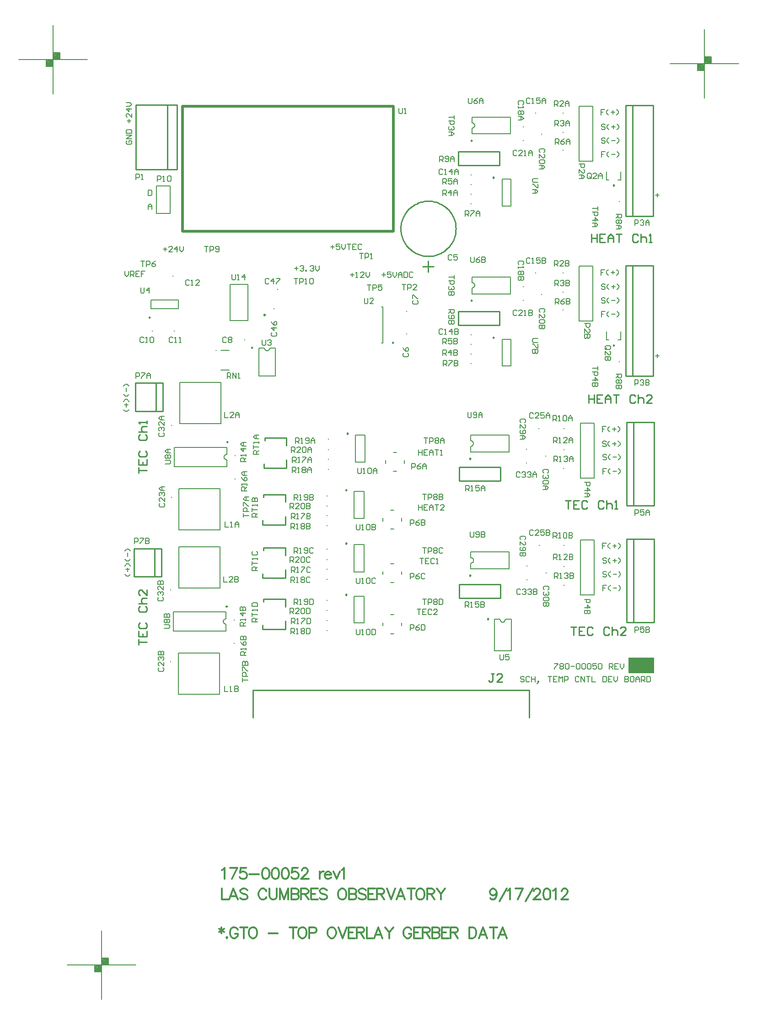
<source format=gto>
%FSLAX23Y23*%
%MOIN*%
G70*
G01*
G75*
G04 Layer_Color=65535*
%ADD10R,0.012X0.065*%
%ADD11R,0.217X0.120*%
%ADD12R,0.065X0.012*%
%ADD13R,0.075X0.037*%
%ADD14R,0.272X0.268*%
%ADD15R,0.035X0.037*%
%ADD16R,0.035X0.037*%
%ADD17R,0.085X0.138*%
%ADD18R,0.085X0.043*%
%ADD19R,0.085X0.043*%
%ADD20O,0.028X0.098*%
%ADD21R,0.280X0.100*%
%ADD22R,0.070X0.135*%
%ADD23R,0.050X0.050*%
%ADD24O,0.087X0.024*%
%ADD25O,0.098X0.028*%
%ADD26R,0.045X0.017*%
%ADD27R,0.591X0.010*%
%ADD28R,0.012X0.105*%
%ADD29R,0.063X0.051*%
%ADD30R,0.063X0.079*%
%ADD31R,0.050X0.050*%
%ADD32C,0.010*%
%ADD33C,0.050*%
%ADD34C,0.020*%
%ADD35C,0.075*%
%ADD36C,0.012*%
%ADD37C,0.008*%
%ADD38C,0.012*%
%ADD39C,0.012*%
%ADD40R,0.060X0.060*%
%ADD41C,0.060*%
%ADD42C,0.024*%
%ADD43C,0.020*%
%ADD44C,0.115*%
%ADD45R,0.115X0.115*%
%ADD46C,0.080*%
%ADD47C,0.055*%
%ADD48R,0.059X0.059*%
%ADD49C,0.059*%
%ADD50C,0.120*%
%ADD51R,0.120X0.120*%
%ADD52R,0.079X0.079*%
%ADD53C,0.079*%
%ADD54C,0.010*%
%ADD55C,0.050*%
%ADD56C,0.040*%
%ADD57C,0.070*%
%ADD58C,0.054*%
%ADD59C,0.118*%
G04:AMPARAMS|DCode=60|XSize=138mil|YSize=138mil|CornerRadius=0mil|HoleSize=0mil|Usage=FLASHONLY|Rotation=0.000|XOffset=0mil|YOffset=0mil|HoleType=Round|Shape=Relief|Width=10mil|Gap=10mil|Entries=4|*
%AMTHD60*
7,0,0,0.138,0.118,0.010,45*
%
%ADD60THD60*%
G04:AMPARAMS|DCode=61|XSize=112mil|YSize=112mil|CornerRadius=0mil|HoleSize=0mil|Usage=FLASHONLY|Rotation=0.000|XOffset=0mil|YOffset=0mil|HoleType=Round|Shape=Relief|Width=10mil|Gap=10mil|Entries=4|*
%AMTHD61*
7,0,0,0.112,0.092,0.010,45*
%
%ADD61THD61*%
%ADD62C,0.073*%
%ADD63C,0.075*%
%ADD64C,0.110*%
G04:AMPARAMS|DCode=65|XSize=107.244mil|YSize=107.244mil|CornerRadius=0mil|HoleSize=0mil|Usage=FLASHONLY|Rotation=0.000|XOffset=0mil|YOffset=0mil|HoleType=Round|Shape=Relief|Width=10mil|Gap=10mil|Entries=4|*
%AMTHD65*
7,0,0,0.107,0.087,0.010,45*
%
%ADD65THD65*%
%ADD66C,0.087*%
%ADD67C,0.092*%
%ADD68C,0.046*%
%ADD69C,0.064*%
G04:AMPARAMS|DCode=70|XSize=70mil|YSize=70mil|CornerRadius=0mil|HoleSize=0mil|Usage=FLASHONLY|Rotation=0.000|XOffset=0mil|YOffset=0mil|HoleType=Round|Shape=Relief|Width=10mil|Gap=10mil|Entries=4|*
%AMTHD70*
7,0,0,0.070,0.050,0.010,45*
%
%ADD70THD70*%
G04:AMPARAMS|DCode=71|XSize=88mil|YSize=88mil|CornerRadius=0mil|HoleSize=0mil|Usage=FLASHONLY|Rotation=0.000|XOffset=0mil|YOffset=0mil|HoleType=Round|Shape=Relief|Width=10mil|Gap=10mil|Entries=4|*
%AMTHD71*
7,0,0,0.088,0.068,0.010,45*
%
%ADD71THD71*%
%ADD72C,0.068*%
%ADD73C,0.000*%
G04:AMPARAMS|DCode=74|XSize=90mil|YSize=90mil|CornerRadius=0mil|HoleSize=0mil|Usage=FLASHONLY|Rotation=0.000|XOffset=0mil|YOffset=0mil|HoleType=Round|Shape=Relief|Width=10mil|Gap=10mil|Entries=4|*
%AMTHD74*
7,0,0,0.090,0.070,0.010,45*
%
%ADD74THD74*%
G04:AMPARAMS|DCode=75|XSize=93.465mil|YSize=93.465mil|CornerRadius=0mil|HoleSize=0mil|Usage=FLASHONLY|Rotation=0.000|XOffset=0mil|YOffset=0mil|HoleType=Round|Shape=Relief|Width=10mil|Gap=10mil|Entries=4|*
%AMTHD75*
7,0,0,0.093,0.073,0.010,45*
%
%ADD75THD75*%
G04:AMPARAMS|DCode=76|XSize=95.433mil|YSize=95.433mil|CornerRadius=0mil|HoleSize=0mil|Usage=FLASHONLY|Rotation=0.000|XOffset=0mil|YOffset=0mil|HoleType=Round|Shape=Relief|Width=10mil|Gap=10mil|Entries=4|*
%AMTHD76*
7,0,0,0.095,0.075,0.010,45*
%
%ADD76THD76*%
G04:AMPARAMS|DCode=77|XSize=130mil|YSize=130mil|CornerRadius=0mil|HoleSize=0mil|Usage=FLASHONLY|Rotation=0.000|XOffset=0mil|YOffset=0mil|HoleType=Round|Shape=Relief|Width=10mil|Gap=10mil|Entries=4|*
%AMTHD77*
7,0,0,0.130,0.110,0.010,45*
%
%ADD77THD77*%
%ADD78C,0.005*%
%ADD79R,0.071X0.126*%
%ADD80C,0.006*%
%ADD81C,0.008*%
%ADD82C,0.010*%
%ADD83R,0.189X0.116*%
D32*
X44015Y30301D02*
X44014Y30311D01*
X44014Y30321D01*
X44012Y30331D01*
X44011Y30341D01*
X44008Y30351D01*
X44006Y30361D01*
X44002Y30370D01*
X43999Y30379D01*
X43995Y30389D01*
X43990Y30397D01*
X43985Y30406D01*
X43980Y30415D01*
X43974Y30423D01*
X43968Y30430D01*
X43961Y30438D01*
X43954Y30445D01*
X43947Y30452D01*
X43939Y30458D01*
X43931Y30464D01*
X43923Y30470D01*
X43914Y30475D01*
X43905Y30480D01*
X43896Y30484D01*
X43887Y30488D01*
X43878Y30492D01*
X43868Y30495D01*
X43858Y30497D01*
X43849Y30499D01*
X43839Y30501D01*
X43829Y30502D01*
X43819Y30502D01*
X43809D01*
X43799Y30502D01*
X43789Y30501D01*
X43779Y30499D01*
X43769Y30497D01*
X43759Y30495D01*
X43750Y30492D01*
X43740Y30488D01*
X43731Y30484D01*
X43722Y30480D01*
X43713Y30475D01*
X43705Y30470D01*
X43697Y30464D01*
X43689Y30458D01*
X43681Y30452D01*
X43674Y30445D01*
X43667Y30438D01*
X43660Y30430D01*
X43654Y30423D01*
X43648Y30415D01*
X43643Y30406D01*
X43638Y30397D01*
X43633Y30389D01*
X43629Y30379D01*
X43625Y30370D01*
X43622Y30361D01*
X43619Y30351D01*
X43617Y30341D01*
X43615Y30331D01*
X43614Y30321D01*
X43613Y30311D01*
X43613Y30301D01*
X43613Y30291D01*
X43614Y30281D01*
X43615Y30272D01*
X43617Y30262D01*
X43619Y30252D01*
X43622Y30242D01*
X43625Y30233D01*
X43629Y30223D01*
X43633Y30214D01*
X43638Y30205D01*
X43643Y30197D01*
X43648Y30188D01*
X43654Y30180D01*
X43660Y30172D01*
X43667Y30165D01*
X43674Y30158D01*
X43681Y30151D01*
X43689Y30145D01*
X43697Y30138D01*
X43705Y30133D01*
X43713Y30128D01*
X43722Y30123D01*
X43731Y30118D01*
X43740Y30115D01*
X43750Y30111D01*
X43759Y30108D01*
X43769Y30106D01*
X43779Y30104D01*
X43789Y30102D01*
X43799Y30101D01*
X43809Y30101D01*
X43819D01*
X43829Y30101D01*
X43839Y30102D01*
X43849Y30104D01*
X43858Y30106D01*
X43868Y30108D01*
X43878Y30111D01*
X43887Y30115D01*
X43896Y30118D01*
X43905Y30123D01*
X43914Y30128D01*
X43923Y30133D01*
X43931Y30138D01*
X43939Y30145D01*
X43947Y30151D01*
X43954Y30158D01*
X43961Y30165D01*
X43968Y30172D01*
X43974Y30180D01*
X43980Y30188D01*
X43985Y30197D01*
X43990Y30205D01*
X43995Y30214D01*
X43999Y30223D01*
X44002Y30233D01*
X44006Y30242D01*
X44008Y30252D01*
X44011Y30262D01*
X44012Y30272D01*
X44014Y30281D01*
X44014Y30291D01*
X44015Y30301D01*
X44039Y27614D02*
X44339D01*
Y27714D01*
X44039Y27614D02*
Y27714D01*
X44339D01*
X42535Y26743D02*
Y26943D01*
X44550D01*
Y26743D02*
Y26943D01*
X42780Y28558D02*
Y28618D01*
X42615Y28558D02*
X42780D01*
X42621Y28778D02*
X42780D01*
X42615Y28558D02*
Y28589D01*
X42621Y28758D02*
Y28778D01*
X42780Y28722D02*
Y28778D01*
X45304Y29229D02*
Y30034D01*
X45254D02*
X45454D01*
X45254Y29229D02*
X45454D01*
Y30034D01*
X45254Y29229D02*
Y30034D01*
X45309Y27436D02*
Y28041D01*
X45259D02*
X45459D01*
X45259Y27436D02*
X45459D01*
Y28041D01*
X45259Y27436D02*
Y28041D01*
X41828Y28974D02*
Y29179D01*
X41678Y28974D02*
X41878D01*
X41678Y29179D02*
X41878D01*
X41678Y28974D02*
Y29179D01*
X41878Y28974D02*
Y29179D01*
X41983Y30813D02*
Y31193D01*
X41683Y31203D02*
X41963D01*
X41683Y30733D02*
X41983D01*
Y30813D01*
X41683Y30733D02*
Y31203D01*
X41913Y30733D02*
Y31203D01*
X41963D02*
X41983D01*
Y31193D02*
Y31203D01*
X43814Y30026D02*
Y30065D01*
X43774Y30026D02*
X43814D01*
Y29986D02*
Y30026D01*
X43853D01*
X41818Y27768D02*
Y27973D01*
X41668Y27768D02*
X41868D01*
X41668Y27973D02*
X41868D01*
X41668Y27768D02*
Y27973D01*
X41868Y27768D02*
Y27973D01*
X42771Y27385D02*
Y27445D01*
X42606Y27385D02*
X42771D01*
X42612Y27605D02*
X42771D01*
X42606Y27385D02*
Y27416D01*
X42612Y27585D02*
Y27605D01*
X42771Y27549D02*
Y27605D01*
X42771Y27758D02*
Y27818D01*
X42606Y27758D02*
X42771D01*
X42612Y27978D02*
X42771D01*
X42606Y27758D02*
Y27789D01*
X42612Y27958D02*
Y27978D01*
X42771Y27922D02*
Y27978D01*
Y28147D02*
Y28207D01*
X42606Y28147D02*
X42771D01*
X42612Y28367D02*
X42771D01*
X42606Y28147D02*
Y28178D01*
X42612Y28347D02*
Y28367D01*
X42771Y28311D02*
Y28367D01*
X45304Y30393D02*
Y31198D01*
X45254D02*
X45454D01*
X45254Y30393D02*
X45454D01*
Y31198D01*
X45254Y30393D02*
Y31198D01*
X45308Y28287D02*
Y28892D01*
X45258D02*
X45458D01*
X45258Y28287D02*
X45458D01*
Y28892D01*
X45258Y28287D02*
Y28892D01*
X44033Y30763D02*
X44333D01*
Y30863D01*
X44033Y30763D02*
Y30863D01*
X44333D01*
X44033Y29599D02*
X44333D01*
Y29699D01*
X44033Y29599D02*
Y29699D01*
X44333D01*
X44038Y28465D02*
X44338D01*
Y28565D01*
X44038Y28465D02*
Y28565D01*
X44338D01*
X44291Y27063D02*
X44271D01*
X44281D01*
Y27013D01*
X44271Y27003D01*
X44261D01*
X44251Y27013D01*
X44351Y27003D02*
X44311D01*
X44351Y27043D01*
Y27053D01*
X44341Y27063D01*
X44321D01*
X44311Y27053D01*
X45003Y30263D02*
Y30203D01*
Y30233D01*
X45043D01*
Y30263D01*
Y30203D01*
X45103Y30263D02*
X45063D01*
Y30203D01*
X45103D01*
X45063Y30233D02*
X45083D01*
X45123Y30203D02*
Y30243D01*
X45143Y30263D01*
X45163Y30243D01*
Y30203D01*
Y30233D01*
X45123D01*
X45183Y30263D02*
X45223D01*
X45203D01*
Y30203D01*
X45343Y30253D02*
X45333Y30263D01*
X45313D01*
X45303Y30253D01*
Y30213D01*
X45313Y30203D01*
X45333D01*
X45343Y30213D01*
X45363Y30263D02*
Y30203D01*
Y30233D01*
X45373Y30243D01*
X45393D01*
X45403Y30233D01*
Y30203D01*
X45423D02*
X45443D01*
X45433D01*
Y30263D01*
X45423Y30253D01*
X44984Y29093D02*
Y29033D01*
Y29063D01*
X45024D01*
Y29093D01*
Y29033D01*
X45084Y29093D02*
X45044D01*
Y29033D01*
X45084D01*
X45044Y29063D02*
X45064D01*
X45104Y29033D02*
Y29073D01*
X45124Y29093D01*
X45144Y29073D01*
Y29033D01*
Y29063D01*
X45104D01*
X45164Y29093D02*
X45204D01*
X45184D01*
Y29033D01*
X45324Y29083D02*
X45314Y29093D01*
X45294D01*
X45284Y29083D01*
Y29043D01*
X45294Y29033D01*
X45314D01*
X45324Y29043D01*
X45344Y29093D02*
Y29033D01*
Y29063D01*
X45354Y29073D01*
X45374D01*
X45384Y29063D01*
Y29033D01*
X45444D02*
X45404D01*
X45444Y29073D01*
Y29083D01*
X45434Y29093D01*
X45414D01*
X45404Y29083D01*
X44814Y28324D02*
X44854D01*
X44834D01*
Y28264D01*
X44914Y28324D02*
X44874D01*
Y28264D01*
X44914D01*
X44874Y28294D02*
X44894D01*
X44974Y28314D02*
X44964Y28324D01*
X44944D01*
X44934Y28314D01*
Y28274D01*
X44944Y28264D01*
X44964D01*
X44974Y28274D01*
X45094Y28314D02*
X45084Y28324D01*
X45064D01*
X45054Y28314D01*
Y28274D01*
X45064Y28264D01*
X45084D01*
X45094Y28274D01*
X45114Y28324D02*
Y28264D01*
Y28294D01*
X45124Y28304D01*
X45144D01*
X45154Y28294D01*
Y28264D01*
X45174D02*
X45194D01*
X45184D01*
Y28324D01*
X45174Y28314D01*
X41704Y28523D02*
Y28563D01*
Y28543D01*
X41764D01*
X41704Y28623D02*
Y28583D01*
X41764D01*
Y28623D01*
X41734Y28583D02*
Y28603D01*
X41714Y28683D02*
X41704Y28673D01*
Y28653D01*
X41714Y28643D01*
X41754D01*
X41764Y28653D01*
Y28673D01*
X41754Y28683D01*
X41714Y28803D02*
X41704Y28793D01*
Y28773D01*
X41714Y28763D01*
X41754D01*
X41764Y28773D01*
Y28793D01*
X41754Y28803D01*
X41704Y28823D02*
X41764D01*
X41734D01*
X41724Y28833D01*
Y28853D01*
X41734Y28863D01*
X41764D01*
Y28883D02*
Y28903D01*
Y28893D01*
X41704D01*
X41714Y28883D01*
X44854Y27403D02*
X44894D01*
X44874D01*
Y27343D01*
X44954Y27403D02*
X44914D01*
Y27343D01*
X44954D01*
X44914Y27373D02*
X44934D01*
X45014Y27393D02*
X45004Y27403D01*
X44984D01*
X44974Y27393D01*
Y27353D01*
X44984Y27343D01*
X45004D01*
X45014Y27353D01*
X45134Y27393D02*
X45124Y27403D01*
X45104D01*
X45094Y27393D01*
Y27353D01*
X45104Y27343D01*
X45124D01*
X45134Y27353D01*
X45154Y27403D02*
Y27343D01*
Y27373D01*
X45164Y27383D01*
X45184D01*
X45194Y27373D01*
Y27343D01*
X45254D02*
X45214D01*
X45254Y27383D01*
Y27393D01*
X45244Y27403D01*
X45224D01*
X45214Y27393D01*
X41704Y27273D02*
Y27313D01*
Y27293D01*
X41764D01*
X41704Y27373D02*
Y27333D01*
X41764D01*
Y27373D01*
X41734Y27333D02*
Y27353D01*
X41714Y27433D02*
X41704Y27423D01*
Y27403D01*
X41714Y27393D01*
X41754D01*
X41764Y27403D01*
Y27423D01*
X41754Y27433D01*
X41714Y27553D02*
X41704Y27543D01*
Y27523D01*
X41714Y27513D01*
X41754D01*
X41764Y27523D01*
Y27543D01*
X41754Y27553D01*
X41704Y27573D02*
X41764D01*
X41734D01*
X41724Y27583D01*
Y27603D01*
X41734Y27613D01*
X41764D01*
Y27673D02*
Y27633D01*
X41724Y27673D01*
X41714D01*
X41704Y27663D01*
Y27643D01*
X41714Y27633D01*
D34*
X42024Y30283D02*
X43559D01*
Y31193D01*
X42024D02*
X43559D01*
X42024Y30283D02*
Y31193D01*
D36*
X42307Y25217D02*
Y25172D01*
X42288Y25206D02*
X42326Y25183D01*
Y25206D02*
X42288Y25183D01*
X42346Y25145D02*
X42343Y25141D01*
X42346Y25137D01*
X42350Y25141D01*
X42346Y25145D01*
X42425Y25198D02*
X42421Y25206D01*
X42413Y25213D01*
X42406Y25217D01*
X42391D01*
X42383Y25213D01*
X42375Y25206D01*
X42371Y25198D01*
X42368Y25187D01*
Y25168D01*
X42371Y25156D01*
X42375Y25149D01*
X42383Y25141D01*
X42391Y25137D01*
X42406D01*
X42413Y25141D01*
X42421Y25149D01*
X42425Y25156D01*
Y25168D01*
X42406D02*
X42425D01*
X42470Y25217D02*
Y25137D01*
X42443Y25217D02*
X42496D01*
X42529D02*
X42521Y25213D01*
X42514Y25206D01*
X42510Y25198D01*
X42506Y25187D01*
Y25168D01*
X42510Y25156D01*
X42514Y25149D01*
X42521Y25141D01*
X42529Y25137D01*
X42544D01*
X42552Y25141D01*
X42559Y25149D01*
X42563Y25156D01*
X42567Y25168D01*
Y25187D01*
X42563Y25198D01*
X42559Y25206D01*
X42552Y25213D01*
X42544Y25217D01*
X42529D01*
X42648Y25172D02*
X42717D01*
X42830Y25217D02*
Y25137D01*
X42803Y25217D02*
X42857D01*
X42889D02*
X42881Y25213D01*
X42874Y25206D01*
X42870Y25198D01*
X42866Y25187D01*
Y25168D01*
X42870Y25156D01*
X42874Y25149D01*
X42881Y25141D01*
X42889Y25137D01*
X42904D01*
X42912Y25141D01*
X42920Y25149D01*
X42923Y25156D01*
X42927Y25168D01*
Y25187D01*
X42923Y25198D01*
X42920Y25206D01*
X42912Y25213D01*
X42904Y25217D01*
X42889D01*
X42946Y25175D02*
X42980D01*
X42992Y25179D01*
X42995Y25183D01*
X42999Y25191D01*
Y25202D01*
X42995Y25210D01*
X42992Y25213D01*
X42980Y25217D01*
X42946D01*
Y25137D01*
X43103Y25217D02*
X43095Y25213D01*
X43088Y25206D01*
X43084Y25198D01*
X43080Y25187D01*
Y25168D01*
X43084Y25156D01*
X43088Y25149D01*
X43095Y25141D01*
X43103Y25137D01*
X43118D01*
X43126Y25141D01*
X43133Y25149D01*
X43137Y25156D01*
X43141Y25168D01*
Y25187D01*
X43137Y25198D01*
X43133Y25206D01*
X43126Y25213D01*
X43118Y25217D01*
X43103D01*
X43160D02*
X43190Y25137D01*
X43220Y25217D02*
X43190Y25137D01*
X43280Y25217D02*
X43231D01*
Y25137D01*
X43280D01*
X43231Y25179D02*
X43261D01*
X43294Y25217D02*
Y25137D01*
Y25217D02*
X43328D01*
X43339Y25213D01*
X43343Y25210D01*
X43347Y25202D01*
Y25194D01*
X43343Y25187D01*
X43339Y25183D01*
X43328Y25179D01*
X43294D01*
X43320D02*
X43347Y25137D01*
X43365Y25217D02*
Y25137D01*
X43410D01*
X43480D02*
X43450Y25217D01*
X43419Y25137D01*
X43431Y25164D02*
X43469D01*
X43499Y25217D02*
X43529Y25179D01*
Y25137D01*
X43560Y25217D02*
X43529Y25179D01*
X43690Y25198D02*
X43686Y25206D01*
X43679Y25213D01*
X43671Y25217D01*
X43656D01*
X43648Y25213D01*
X43641Y25206D01*
X43637Y25198D01*
X43633Y25187D01*
Y25168D01*
X43637Y25156D01*
X43641Y25149D01*
X43648Y25141D01*
X43656Y25137D01*
X43671D01*
X43679Y25141D01*
X43686Y25149D01*
X43690Y25156D01*
Y25168D01*
X43671D02*
X43690D01*
X43758Y25217D02*
X43708D01*
Y25137D01*
X43758D01*
X43708Y25179D02*
X43739D01*
X43771Y25217D02*
Y25137D01*
Y25217D02*
X43805D01*
X43817Y25213D01*
X43821Y25210D01*
X43825Y25202D01*
Y25194D01*
X43821Y25187D01*
X43817Y25183D01*
X43805Y25179D01*
X43771D01*
X43798D02*
X43825Y25137D01*
X43842Y25217D02*
Y25137D01*
Y25217D02*
X43877D01*
X43888Y25213D01*
X43892Y25210D01*
X43896Y25202D01*
Y25194D01*
X43892Y25187D01*
X43888Y25183D01*
X43877Y25179D01*
X43842D02*
X43877D01*
X43888Y25175D01*
X43892Y25172D01*
X43896Y25164D01*
Y25152D01*
X43892Y25145D01*
X43888Y25141D01*
X43877Y25137D01*
X43842D01*
X43963Y25217D02*
X43914D01*
Y25137D01*
X43963D01*
X43914Y25179D02*
X43944D01*
X43976Y25217D02*
Y25137D01*
Y25217D02*
X44011D01*
X44022Y25213D01*
X44026Y25210D01*
X44030Y25202D01*
Y25194D01*
X44026Y25187D01*
X44022Y25183D01*
X44011Y25179D01*
X43976D01*
X44003D02*
X44030Y25137D01*
X44111Y25217D02*
Y25137D01*
Y25217D02*
X44137D01*
X44149Y25213D01*
X44156Y25206D01*
X44160Y25198D01*
X44164Y25187D01*
Y25168D01*
X44160Y25156D01*
X44156Y25149D01*
X44149Y25141D01*
X44137Y25137D01*
X44111D01*
X44243D02*
X44212Y25217D01*
X44182Y25137D01*
X44193Y25164D02*
X44231D01*
X44288Y25217D02*
Y25137D01*
X44261Y25217D02*
X44315D01*
X44385Y25137D02*
X44355Y25217D01*
X44324Y25137D01*
X44336Y25164D02*
X44374D01*
D37*
X41078Y31284D02*
Y31784D01*
X40828Y31534D02*
X41328D01*
X41028Y31484D02*
X41078D01*
X41028D02*
Y31534D01*
X41078Y31584D02*
X41128D01*
Y31534D02*
Y31584D01*
X41083Y31539D02*
Y31579D01*
X41123D01*
Y31539D02*
Y31579D01*
X41083Y31539D02*
X41123D01*
X41088Y31544D02*
Y31574D01*
X41118D01*
Y31544D02*
Y31574D01*
X41093Y31544D02*
X41118D01*
X41093Y31549D02*
Y31569D01*
X41113D01*
Y31549D02*
Y31569D01*
X41098Y31549D02*
X41113D01*
X41098Y31554D02*
Y31564D01*
X41108D01*
Y31554D02*
Y31564D01*
X41098Y31554D02*
X41108D01*
X41103D02*
Y31564D01*
X41033Y31489D02*
Y31529D01*
X41073D01*
Y31489D02*
Y31529D01*
X41033Y31489D02*
X41073D01*
X41038Y31494D02*
Y31524D01*
X41068D01*
Y31494D02*
Y31524D01*
X41043Y31494D02*
X41068D01*
X41043Y31499D02*
Y31519D01*
X41063D01*
Y31499D02*
Y31519D01*
X41048Y31499D02*
X41063D01*
X41048Y31504D02*
Y31514D01*
X41058D01*
Y31504D02*
Y31514D01*
X41048Y31504D02*
X41058D01*
X41053D02*
Y31514D01*
X45826Y31253D02*
Y31753D01*
X45576Y31503D02*
X46076D01*
X45776Y31453D02*
X45826D01*
X45776D02*
Y31503D01*
X45826Y31553D02*
X45876D01*
Y31503D02*
Y31553D01*
X45831Y31508D02*
Y31548D01*
X45871D01*
Y31508D02*
Y31548D01*
X45831Y31508D02*
X45871D01*
X45836Y31513D02*
Y31543D01*
X45866D01*
Y31513D02*
Y31543D01*
X45841Y31513D02*
X45866D01*
X45841Y31518D02*
Y31538D01*
X45861D01*
Y31518D02*
Y31538D01*
X45846Y31518D02*
X45861D01*
X45846Y31523D02*
Y31533D01*
X45856D01*
Y31523D02*
Y31533D01*
X45846Y31523D02*
X45856D01*
X45851D02*
Y31533D01*
X45781Y31458D02*
Y31498D01*
X45821D01*
Y31458D02*
Y31498D01*
X45781Y31458D02*
X45821D01*
X45786Y31463D02*
Y31493D01*
X45816D01*
Y31463D02*
Y31493D01*
X45791Y31463D02*
X45816D01*
X45791Y31468D02*
Y31488D01*
X45811D01*
Y31468D02*
Y31488D01*
X45796Y31468D02*
X45811D01*
X45796Y31473D02*
Y31483D01*
X45806D01*
Y31473D02*
Y31483D01*
X45796Y31473D02*
X45806D01*
X45801D02*
Y31483D01*
X41432Y24694D02*
Y25194D01*
X41182Y24944D02*
X41682D01*
X41382Y24894D02*
X41432D01*
X41382D02*
Y24944D01*
X41432Y24994D02*
X41482D01*
Y24944D02*
Y24994D01*
X41437Y24949D02*
Y24989D01*
X41477D01*
Y24949D02*
Y24989D01*
X41437Y24949D02*
X41477D01*
X41442Y24954D02*
Y24984D01*
X41472D01*
Y24954D02*
Y24984D01*
X41447Y24954D02*
X41472D01*
X41447Y24959D02*
Y24979D01*
X41467D01*
Y24959D02*
Y24979D01*
X41452Y24959D02*
X41467D01*
X41452Y24964D02*
Y24974D01*
X41462D01*
Y24964D02*
Y24974D01*
X41452Y24964D02*
X41462D01*
X41457D02*
Y24974D01*
X41387Y24899D02*
Y24939D01*
X41427D01*
Y24899D02*
Y24939D01*
X41387Y24899D02*
X41427D01*
X41392Y24904D02*
Y24934D01*
X41422D01*
Y24904D02*
Y24934D01*
X41397Y24904D02*
X41422D01*
X41397Y24909D02*
Y24929D01*
X41417D01*
Y24909D02*
Y24929D01*
X41402Y24909D02*
X41417D01*
X41402Y24914D02*
Y24924D01*
X41412D01*
Y24914D02*
Y24924D01*
X41402Y24914D02*
X41412D01*
X41407D02*
Y24924D01*
D38*
X42309Y25498D02*
Y25418D01*
X42355D01*
X42425D02*
X42394Y25498D01*
X42364Y25418D01*
X42375Y25444D02*
X42413D01*
X42496Y25486D02*
X42489Y25494D01*
X42477Y25498D01*
X42462D01*
X42451Y25494D01*
X42443Y25486D01*
Y25479D01*
X42447Y25471D01*
X42451Y25467D01*
X42458Y25464D01*
X42481Y25456D01*
X42489Y25452D01*
X42493Y25448D01*
X42496Y25441D01*
Y25429D01*
X42489Y25422D01*
X42477Y25418D01*
X42462D01*
X42451Y25422D01*
X42443Y25429D01*
X42634Y25479D02*
X42631Y25486D01*
X42623Y25494D01*
X42615Y25498D01*
X42600D01*
X42592Y25494D01*
X42585Y25486D01*
X42581Y25479D01*
X42577Y25467D01*
Y25448D01*
X42581Y25437D01*
X42585Y25429D01*
X42592Y25422D01*
X42600Y25418D01*
X42615D01*
X42623Y25422D01*
X42631Y25429D01*
X42634Y25437D01*
X42657Y25498D02*
Y25441D01*
X42661Y25429D01*
X42668Y25422D01*
X42680Y25418D01*
X42687D01*
X42699Y25422D01*
X42706Y25429D01*
X42710Y25441D01*
Y25498D01*
X42732D02*
Y25418D01*
Y25498D02*
X42763Y25418D01*
X42793Y25498D02*
X42763Y25418D01*
X42793Y25498D02*
Y25418D01*
X42816Y25498D02*
Y25418D01*
Y25498D02*
X42850D01*
X42862Y25494D01*
X42866Y25490D01*
X42869Y25483D01*
Y25475D01*
X42866Y25467D01*
X42862Y25464D01*
X42850Y25460D01*
X42816D02*
X42850D01*
X42862Y25456D01*
X42866Y25452D01*
X42869Y25444D01*
Y25433D01*
X42866Y25425D01*
X42862Y25422D01*
X42850Y25418D01*
X42816D01*
X42887Y25498D02*
Y25418D01*
Y25498D02*
X42922D01*
X42933Y25494D01*
X42937Y25490D01*
X42941Y25483D01*
Y25475D01*
X42937Y25467D01*
X42933Y25464D01*
X42922Y25460D01*
X42887D01*
X42914D02*
X42941Y25418D01*
X43008Y25498D02*
X42958D01*
Y25418D01*
X43008D01*
X42958Y25460D02*
X42989D01*
X43075Y25486D02*
X43067Y25494D01*
X43056Y25498D01*
X43040D01*
X43029Y25494D01*
X43021Y25486D01*
Y25479D01*
X43025Y25471D01*
X43029Y25467D01*
X43037Y25464D01*
X43059Y25456D01*
X43067Y25452D01*
X43071Y25448D01*
X43075Y25441D01*
Y25429D01*
X43067Y25422D01*
X43056Y25418D01*
X43040D01*
X43029Y25422D01*
X43021Y25429D01*
X43178Y25498D02*
X43171Y25494D01*
X43163Y25486D01*
X43159Y25479D01*
X43155Y25467D01*
Y25448D01*
X43159Y25437D01*
X43163Y25429D01*
X43171Y25422D01*
X43178Y25418D01*
X43193D01*
X43201Y25422D01*
X43209Y25429D01*
X43213Y25437D01*
X43216Y25448D01*
Y25467D01*
X43213Y25479D01*
X43209Y25486D01*
X43201Y25494D01*
X43193Y25498D01*
X43178D01*
X43235D02*
Y25418D01*
Y25498D02*
X43269D01*
X43281Y25494D01*
X43285Y25490D01*
X43288Y25483D01*
Y25475D01*
X43285Y25467D01*
X43281Y25464D01*
X43269Y25460D01*
X43235D02*
X43269D01*
X43281Y25456D01*
X43285Y25452D01*
X43288Y25444D01*
Y25433D01*
X43285Y25425D01*
X43281Y25422D01*
X43269Y25418D01*
X43235D01*
X43360Y25486D02*
X43352Y25494D01*
X43340Y25498D01*
X43325D01*
X43314Y25494D01*
X43306Y25486D01*
Y25479D01*
X43310Y25471D01*
X43314Y25467D01*
X43321Y25464D01*
X43344Y25456D01*
X43352Y25452D01*
X43356Y25448D01*
X43360Y25441D01*
Y25429D01*
X43352Y25422D01*
X43340Y25418D01*
X43325D01*
X43314Y25422D01*
X43306Y25429D01*
X43427Y25498D02*
X43377D01*
Y25418D01*
X43427D01*
X43377Y25460D02*
X43408D01*
X43440Y25498D02*
Y25418D01*
Y25498D02*
X43475D01*
X43486Y25494D01*
X43490Y25490D01*
X43494Y25483D01*
Y25475D01*
X43490Y25467D01*
X43486Y25464D01*
X43475Y25460D01*
X43440D01*
X43467D02*
X43494Y25418D01*
X43512Y25498D02*
X43542Y25418D01*
X43572Y25498D02*
X43542Y25418D01*
X43644D02*
X43613Y25498D01*
X43583Y25418D01*
X43594Y25444D02*
X43632D01*
X43689Y25498D02*
Y25418D01*
X43662Y25498D02*
X43716D01*
X43748D02*
X43740Y25494D01*
X43733Y25486D01*
X43729Y25479D01*
X43725Y25467D01*
Y25448D01*
X43729Y25437D01*
X43733Y25429D01*
X43740Y25422D01*
X43748Y25418D01*
X43763D01*
X43771Y25422D01*
X43779Y25429D01*
X43782Y25437D01*
X43786Y25448D01*
Y25467D01*
X43782Y25479D01*
X43779Y25486D01*
X43771Y25494D01*
X43763Y25498D01*
X43748D01*
X43805D02*
Y25418D01*
Y25498D02*
X43839D01*
X43850Y25494D01*
X43854Y25490D01*
X43858Y25483D01*
Y25475D01*
X43854Y25467D01*
X43850Y25464D01*
X43839Y25460D01*
X43805D01*
X43831D02*
X43858Y25418D01*
X43876Y25498D02*
X43906Y25460D01*
Y25418D01*
X43937Y25498D02*
X43906Y25460D01*
X44311Y25471D02*
X44307Y25460D01*
X44300Y25452D01*
X44288Y25448D01*
X44284D01*
X44273Y25452D01*
X44265Y25460D01*
X44261Y25471D01*
Y25475D01*
X44265Y25486D01*
X44273Y25494D01*
X44284Y25498D01*
X44288D01*
X44300Y25494D01*
X44307Y25486D01*
X44311Y25471D01*
Y25452D01*
X44307Y25433D01*
X44300Y25422D01*
X44288Y25418D01*
X44280D01*
X44269Y25422D01*
X44265Y25429D01*
X44333Y25406D02*
X44386Y25498D01*
X44391Y25483D02*
X44399Y25486D01*
X44410Y25498D01*
Y25418D01*
X44503Y25498D02*
X44465Y25418D01*
X44450Y25498D02*
X44503D01*
X44521Y25406D02*
X44575Y25498D01*
X44584Y25479D02*
Y25483D01*
X44587Y25490D01*
X44591Y25494D01*
X44599Y25498D01*
X44614D01*
X44622Y25494D01*
X44626Y25490D01*
X44629Y25483D01*
Y25475D01*
X44626Y25467D01*
X44618Y25456D01*
X44580Y25418D01*
X44633D01*
X44674Y25498D02*
X44663Y25494D01*
X44655Y25483D01*
X44651Y25464D01*
Y25452D01*
X44655Y25433D01*
X44663Y25422D01*
X44674Y25418D01*
X44682D01*
X44693Y25422D01*
X44701Y25433D01*
X44704Y25452D01*
Y25464D01*
X44701Y25483D01*
X44693Y25494D01*
X44682Y25498D01*
X44674D01*
X44722Y25483D02*
X44730Y25486D01*
X44741Y25498D01*
Y25418D01*
X44785Y25479D02*
Y25483D01*
X44789Y25490D01*
X44792Y25494D01*
X44800Y25498D01*
X44815D01*
X44823Y25494D01*
X44827Y25490D01*
X44830Y25483D01*
Y25475D01*
X44827Y25467D01*
X44819Y25456D01*
X44781Y25418D01*
X44834D01*
D39*
X42309Y25633D02*
X42317Y25636D01*
X42328Y25648D01*
Y25568D01*
X42421Y25648D02*
X42383Y25568D01*
X42368Y25648D02*
X42421D01*
X42485D02*
X42447D01*
X42443Y25614D01*
X42447Y25617D01*
X42458Y25621D01*
X42469D01*
X42481Y25617D01*
X42488Y25610D01*
X42492Y25598D01*
Y25591D01*
X42488Y25579D01*
X42481Y25572D01*
X42469Y25568D01*
X42458D01*
X42447Y25572D01*
X42443Y25575D01*
X42439Y25583D01*
X42510Y25602D02*
X42579D01*
X42625Y25648D02*
X42614Y25644D01*
X42606Y25633D01*
X42602Y25614D01*
Y25602D01*
X42606Y25583D01*
X42614Y25572D01*
X42625Y25568D01*
X42633D01*
X42644Y25572D01*
X42652Y25583D01*
X42656Y25602D01*
Y25614D01*
X42652Y25633D01*
X42644Y25644D01*
X42633Y25648D01*
X42625D01*
X42696D02*
X42685Y25644D01*
X42677Y25633D01*
X42674Y25614D01*
Y25602D01*
X42677Y25583D01*
X42685Y25572D01*
X42696Y25568D01*
X42704D01*
X42715Y25572D01*
X42723Y25583D01*
X42727Y25602D01*
Y25614D01*
X42723Y25633D01*
X42715Y25644D01*
X42704Y25648D01*
X42696D01*
X42768D02*
X42756Y25644D01*
X42749Y25633D01*
X42745Y25614D01*
Y25602D01*
X42749Y25583D01*
X42756Y25572D01*
X42768Y25568D01*
X42775D01*
X42787Y25572D01*
X42794Y25583D01*
X42798Y25602D01*
Y25614D01*
X42794Y25633D01*
X42787Y25644D01*
X42775Y25648D01*
X42768D01*
X42862D02*
X42824D01*
X42820Y25614D01*
X42824Y25617D01*
X42835Y25621D01*
X42847D01*
X42858Y25617D01*
X42866Y25610D01*
X42869Y25598D01*
Y25591D01*
X42866Y25579D01*
X42858Y25572D01*
X42847Y25568D01*
X42835D01*
X42824Y25572D01*
X42820Y25575D01*
X42816Y25583D01*
X42891Y25629D02*
Y25633D01*
X42895Y25640D01*
X42899Y25644D01*
X42906Y25648D01*
X42922D01*
X42929Y25644D01*
X42933Y25640D01*
X42937Y25633D01*
Y25625D01*
X42933Y25617D01*
X42925Y25606D01*
X42887Y25568D01*
X42941D01*
X43021Y25621D02*
Y25568D01*
Y25598D02*
X43025Y25610D01*
X43033Y25617D01*
X43040Y25621D01*
X43052D01*
X43059Y25598D02*
X43105D01*
Y25606D01*
X43101Y25614D01*
X43097Y25617D01*
X43090Y25621D01*
X43078D01*
X43070Y25617D01*
X43063Y25610D01*
X43059Y25598D01*
Y25591D01*
X43063Y25579D01*
X43070Y25572D01*
X43078Y25568D01*
X43090D01*
X43097Y25572D01*
X43105Y25579D01*
X43122Y25621D02*
X43145Y25568D01*
X43168Y25621D02*
X43145Y25568D01*
X43181Y25633D02*
X43188Y25636D01*
X43200Y25648D01*
Y25568D01*
D54*
X42400Y27283D02*
D03*
X43077Y27521D02*
D03*
X43077Y27894D02*
D03*
Y28283D02*
D03*
X43086Y28694D02*
D03*
X43077Y27595D02*
D03*
X43077Y27968D02*
D03*
Y28357D02*
D03*
X43086Y28768D02*
D03*
X43077Y27376D02*
D03*
X43077Y27749D02*
D03*
Y28138D02*
D03*
X43086Y28549D02*
D03*
X43077Y27449D02*
D03*
X43077Y27822D02*
D03*
Y28211D02*
D03*
X43086Y28622D02*
D03*
X43656Y29537D02*
D03*
Y29698D02*
D03*
X42476Y29492D02*
D03*
X41804Y29557D02*
D03*
X41964D02*
D03*
X41954Y29957D02*
D03*
X44125Y30693D02*
D03*
Y29529D02*
D03*
X44595Y31143D02*
D03*
Y29979D02*
D03*
X44505Y31043D02*
D03*
Y29879D02*
D03*
X44640Y30988D02*
D03*
Y29824D02*
D03*
X44505Y30943D02*
D03*
Y29779D02*
D03*
X41942Y28345D02*
D03*
X41936Y27148D02*
D03*
X44619Y28847D02*
D03*
X44621Y27996D02*
D03*
X44529Y28697D02*
D03*
X44531Y27846D02*
D03*
X44669Y28647D02*
D03*
X44671Y27796D02*
D03*
X41942Y28870D02*
D03*
X41936Y27673D02*
D03*
X44529Y28597D02*
D03*
X44531Y27746D02*
D03*
X42689Y29720D02*
D03*
X42715Y29860D02*
D03*
X44795Y31143D02*
D03*
Y29979D02*
D03*
Y31003D02*
D03*
Y29839D02*
D03*
X44125Y30553D02*
D03*
Y29389D02*
D03*
Y30623D02*
D03*
Y29459D02*
D03*
X44795Y30873D02*
D03*
Y29709D02*
D03*
X44125Y30483D02*
D03*
Y29319D02*
D03*
X45205Y30498D02*
D03*
Y29334D02*
D03*
X44801Y28847D02*
D03*
X44802Y27996D02*
D03*
X44801Y28692D02*
D03*
X44802Y27841D02*
D03*
X44799Y28557D02*
D03*
X44801Y27706D02*
D03*
X42405Y28649D02*
D03*
X42399Y27452D02*
D03*
X42406Y28480D02*
D03*
D80*
X41995Y27685D02*
X42295D01*
X41995D02*
Y27985D01*
X42295D01*
Y27685D02*
Y27985D01*
X41997Y28408D02*
X42297D01*
Y28108D02*
Y28408D01*
X41997Y28108D02*
X42297D01*
X41997D02*
Y28408D01*
X41991Y27211D02*
X42291D01*
Y26911D02*
Y27211D01*
X41991Y26911D02*
X42291D01*
X41991D02*
Y27211D01*
X42001Y28882D02*
X42301D01*
X42001D02*
Y29182D01*
X42301D01*
Y28882D02*
Y29182D01*
X44083Y27546D02*
Y27586D01*
X44103D01*
X44109Y27579D01*
Y27566D01*
X44103Y27559D01*
X44083D01*
X44096D02*
X44109Y27546D01*
X44123D02*
X44136D01*
X44129D01*
Y27586D01*
X44123Y27579D01*
X44183Y27586D02*
X44156D01*
Y27566D01*
X44169Y27573D01*
X44176D01*
X44183Y27566D01*
Y27553D01*
X44176Y27546D01*
X44163D01*
X44156Y27553D01*
X44196Y27586D02*
Y27546D01*
X44216D01*
X44223Y27553D01*
Y27559D01*
X44216Y27566D01*
X44196D01*
X44216D01*
X44223Y27573D01*
Y27579D01*
X44216Y27586D01*
X44196D01*
X41896Y28588D02*
X41929D01*
X41936Y28595D01*
Y28608D01*
X41929Y28615D01*
X41896D01*
X41902Y28628D02*
X41896Y28635D01*
Y28648D01*
X41902Y28655D01*
X41909D01*
X41916Y28648D01*
X41922Y28655D01*
X41929D01*
X41936Y28648D01*
Y28635D01*
X41929Y28628D01*
X41922D01*
X41916Y28635D01*
X41909Y28628D01*
X41902D01*
X41916Y28635D02*
Y28648D01*
X41936Y28668D02*
X41909D01*
X41896Y28681D01*
X41909Y28695D01*
X41936D01*
X41916D01*
Y28668D01*
X41890Y27391D02*
X41923D01*
X41930Y27398D01*
Y27411D01*
X41923Y27418D01*
X41890D01*
X41896Y27431D02*
X41890Y27438D01*
Y27451D01*
X41896Y27458D01*
X41903D01*
X41910Y27451D01*
X41916Y27458D01*
X41923D01*
X41930Y27451D01*
Y27438D01*
X41923Y27431D01*
X41916D01*
X41910Y27438D01*
X41903Y27431D01*
X41896D01*
X41910Y27438D02*
Y27451D01*
X41890Y27471D02*
X41930D01*
Y27491D01*
X41923Y27498D01*
X41916D01*
X41910Y27491D01*
Y27471D01*
Y27491D01*
X41903Y27498D01*
X41896D01*
X41890Y27491D01*
Y27471D01*
X44119Y28097D02*
Y28064D01*
X44125Y28057D01*
X44139D01*
X44145Y28064D01*
Y28097D01*
X44159Y28064D02*
X44165Y28057D01*
X44179D01*
X44185Y28064D01*
Y28090D01*
X44179Y28097D01*
X44165D01*
X44159Y28090D01*
Y28084D01*
X44165Y28077D01*
X44185D01*
X44199Y28097D02*
Y28057D01*
X44219D01*
X44225Y28064D01*
Y28070D01*
X44219Y28077D01*
X44199D01*
X44219D01*
X44225Y28084D01*
Y28090D01*
X44219Y28097D01*
X44199D01*
X44336Y27203D02*
Y27170D01*
X44343Y27163D01*
X44356D01*
X44363Y27170D01*
Y27203D01*
X44403D02*
X44376D01*
Y27183D01*
X44390Y27190D01*
X44396D01*
X44403Y27183D01*
Y27170D01*
X44396Y27163D01*
X44383D01*
X44376Y27170D01*
X42602Y29493D02*
Y29460D01*
X42608Y29453D01*
X42622D01*
X42628Y29460D01*
Y29493D01*
X42642Y29486D02*
X42648Y29493D01*
X42662D01*
X42668Y29486D01*
Y29480D01*
X42662Y29473D01*
X42655D01*
X42662D01*
X42668Y29466D01*
Y29460D01*
X42662Y29453D01*
X42648D01*
X42642Y29460D01*
X43348Y29796D02*
Y29763D01*
X43354Y29756D01*
X43368D01*
X43374Y29763D01*
Y29796D01*
X43414Y29756D02*
X43388D01*
X43414Y29783D01*
Y29790D01*
X43408Y29796D01*
X43394D01*
X43388Y29790D01*
X43600Y31180D02*
Y31147D01*
X43606Y31140D01*
X43620D01*
X43626Y31147D01*
Y31180D01*
X43640Y31140D02*
X43653D01*
X43646D01*
Y31180D01*
X43640Y31173D01*
X45108Y29421D02*
X45135D01*
X45142Y29428D01*
Y29441D01*
X45135Y29448D01*
X45108D01*
X45102Y29441D01*
Y29428D01*
X45115Y29435D02*
X45102Y29421D01*
Y29428D02*
X45108Y29421D01*
X45102Y29381D02*
Y29408D01*
X45128Y29381D01*
X45135D01*
X45142Y29388D01*
Y29401D01*
X45135Y29408D01*
X45142Y29368D02*
X45102D01*
Y29348D01*
X45108Y29341D01*
X45115D01*
X45122Y29348D01*
Y29368D01*
Y29348D01*
X45128Y29341D01*
X45135D01*
X45142Y29348D01*
Y29368D01*
X42382Y29969D02*
Y29936D01*
X42389Y29929D01*
X42402D01*
X42409Y29936D01*
Y29969D01*
X42422Y29929D02*
X42435D01*
X42429D01*
Y29969D01*
X42422Y29962D01*
X42475Y29929D02*
Y29969D01*
X42455Y29949D01*
X42482D01*
X41718Y29871D02*
Y29838D01*
X41724Y29831D01*
X41738D01*
X41744Y29838D01*
Y29871D01*
X41778Y29831D02*
Y29871D01*
X41758Y29851D01*
X41784D01*
X42324Y27768D02*
Y27728D01*
X42350D01*
X42390D02*
X42364D01*
X42390Y27755D01*
Y27761D01*
X42384Y27768D01*
X42370D01*
X42364Y27761D01*
X42404Y27768D02*
Y27728D01*
X42424D01*
X42430Y27735D01*
Y27741D01*
X42424Y27748D01*
X42404D01*
X42424D01*
X42430Y27755D01*
Y27761D01*
X42424Y27768D01*
X42404D01*
X45049Y29299D02*
Y29272D01*
Y29286D01*
X45009D01*
Y29259D02*
X45049D01*
Y29239D01*
X45042Y29232D01*
X45029D01*
X45022Y29239D01*
Y29259D01*
X45009Y29199D02*
X45049D01*
X45029Y29219D01*
Y29192D01*
X45049Y29179D02*
X45009D01*
Y29159D01*
X45015Y29152D01*
X45022D01*
X45029Y29159D01*
Y29179D01*
Y29159D01*
X45035Y29152D01*
X45042D01*
X45049Y29159D01*
Y29179D01*
X42485Y27197D02*
X42445D01*
Y27217D01*
X42451Y27224D01*
X42465D01*
X42471Y27217D01*
Y27197D01*
Y27210D02*
X42485Y27224D01*
Y27237D02*
Y27250D01*
Y27244D01*
X42445D01*
X42451Y27237D01*
X42445Y27297D02*
X42451Y27284D01*
X42465Y27270D01*
X42478D01*
X42485Y27277D01*
Y27290D01*
X42478Y27297D01*
X42471D01*
X42465Y27290D01*
Y27270D01*
X42445Y27310D02*
X42485D01*
Y27330D01*
X42478Y27337D01*
X42471D01*
X42465Y27330D01*
Y27310D01*
Y27330D01*
X42458Y27337D01*
X42451D01*
X42445Y27330D01*
Y27310D01*
X43299Y28559D02*
Y28525D01*
X43306Y28519D01*
X43319D01*
X43326Y28525D01*
Y28559D01*
X43339Y28519D02*
X43352D01*
X43346D01*
Y28559D01*
X43339Y28552D01*
X43372D02*
X43379Y28559D01*
X43392D01*
X43399Y28552D01*
Y28525D01*
X43392Y28519D01*
X43379D01*
X43372Y28525D01*
Y28552D01*
X43412Y28519D02*
Y28545D01*
X43426Y28559D01*
X43439Y28545D01*
Y28519D01*
Y28539D01*
X43412D01*
X44613Y29501D02*
X44579D01*
X44573Y29494D01*
Y29481D01*
X44579Y29474D01*
X44613D01*
Y29461D02*
Y29434D01*
X44606D01*
X44579Y29461D01*
X44573D01*
X44613Y29421D02*
X44573D01*
Y29401D01*
X44579Y29394D01*
X44586D01*
X44593Y29401D01*
Y29421D01*
Y29401D01*
X44599Y29394D01*
X44606D01*
X44613Y29401D01*
Y29421D01*
X42348Y29214D02*
Y29254D01*
X42368D01*
X42374Y29247D01*
Y29234D01*
X42368Y29227D01*
X42348D01*
X42361D02*
X42374Y29214D01*
X42388D02*
Y29254D01*
X42414Y29214D01*
Y29254D01*
X42428Y29214D02*
X42441D01*
X42434D01*
Y29254D01*
X42428Y29247D01*
X42578Y28660D02*
X42538D01*
Y28680D01*
X42544Y28687D01*
X42558D01*
X42564Y28680D01*
Y28660D01*
Y28673D02*
X42578Y28687D01*
X42538Y28700D02*
Y28727D01*
Y28713D01*
X42578D01*
Y28740D02*
Y28753D01*
Y28747D01*
X42538D01*
X42544Y28740D01*
X42578Y28773D02*
X42551D01*
X42538Y28787D01*
X42551Y28800D01*
X42578D01*
X42558D01*
Y28773D01*
X43623Y29895D02*
X43650D01*
X43636D01*
Y29855D01*
X43663D02*
Y29895D01*
X43683D01*
X43690Y29889D01*
Y29875D01*
X43683Y29869D01*
X43663D01*
X43730Y29855D02*
X43703D01*
X43730Y29882D01*
Y29889D01*
X43723Y29895D01*
X43710D01*
X43703Y29889D01*
X43692Y28553D02*
Y28593D01*
X43712D01*
X43719Y28586D01*
Y28573D01*
X43712Y28566D01*
X43692D01*
X43759Y28593D02*
X43745Y28586D01*
X43732Y28573D01*
Y28559D01*
X43739Y28553D01*
X43752D01*
X43759Y28559D01*
Y28566D01*
X43752Y28573D01*
X43732D01*
X43772Y28553D02*
Y28579D01*
X43785Y28593D01*
X43799Y28579D01*
Y28553D01*
Y28573D01*
X43772D01*
X45318Y29161D02*
Y29201D01*
X45338D01*
X45344Y29194D01*
Y29181D01*
X45338Y29174D01*
X45318D01*
X45358Y29194D02*
X45364Y29201D01*
X45378D01*
X45384Y29194D01*
Y29188D01*
X45378Y29181D01*
X45371D01*
X45378D01*
X45384Y29174D01*
Y29168D01*
X45378Y29161D01*
X45364D01*
X45358Y29168D01*
X45398Y29201D02*
Y29161D01*
X45418D01*
X45424Y29168D01*
Y29174D01*
X45418Y29181D01*
X45398D01*
X45418D01*
X45424Y29188D01*
Y29194D01*
X45418Y29201D01*
X45398D01*
X45319Y27364D02*
Y27404D01*
X45339D01*
X45346Y27398D01*
Y27384D01*
X45339Y27378D01*
X45319D01*
X45386Y27404D02*
X45359D01*
Y27384D01*
X45373Y27391D01*
X45379D01*
X45386Y27384D01*
Y27371D01*
X45379Y27364D01*
X45366D01*
X45359Y27371D01*
X45399Y27404D02*
Y27364D01*
X45419D01*
X45426Y27371D01*
Y27378D01*
X45419Y27384D01*
X45399D01*
X45419D01*
X45426Y27391D01*
Y27398D01*
X45419Y27404D01*
X45399D01*
X44953Y27604D02*
X44993D01*
Y27584D01*
X44987Y27578D01*
X44973D01*
X44967Y27584D01*
Y27604D01*
X44953Y27544D02*
X44993D01*
X44973Y27564D01*
Y27538D01*
X44993Y27524D02*
X44953D01*
Y27504D01*
X44960Y27498D01*
X44967D01*
X44973Y27504D01*
Y27524D01*
Y27504D01*
X44980Y27498D01*
X44987D01*
X44993Y27504D01*
Y27524D01*
X41682Y29213D02*
Y29253D01*
X41702D01*
X41709Y29247D01*
Y29233D01*
X41702Y29227D01*
X41682D01*
X41722Y29253D02*
X41749D01*
Y29247D01*
X41722Y29220D01*
Y29213D01*
X41762D02*
Y29240D01*
X41776Y29253D01*
X41789Y29240D01*
Y29213D01*
Y29233D01*
X41762D01*
X41840Y30647D02*
Y30687D01*
X41860D01*
X41867Y30680D01*
Y30667D01*
X41860Y30660D01*
X41840D01*
X41880Y30647D02*
X41894D01*
X41887D01*
Y30687D01*
X41880Y30680D01*
X41914D02*
X41920Y30687D01*
X41934D01*
X41940Y30680D01*
Y30653D01*
X41934Y30647D01*
X41920D01*
X41914Y30653D01*
Y30680D01*
X41682Y30659D02*
Y30699D01*
X41702D01*
X41709Y30692D01*
Y30679D01*
X41702Y30672D01*
X41682D01*
X41722Y30659D02*
X41735D01*
X41729D01*
Y30699D01*
X41722Y30692D01*
X43985Y30106D02*
X43979Y30113D01*
X43965D01*
X43959Y30106D01*
Y30080D01*
X43965Y30073D01*
X43979D01*
X43985Y30080D01*
X44025Y30113D02*
X43999D01*
Y30093D01*
X44012Y30100D01*
X44019D01*
X44025Y30093D01*
Y30080D01*
X44019Y30073D01*
X44005D01*
X43999Y30080D01*
X42837Y29940D02*
X42864D01*
X42850D01*
Y29900D01*
X42877D02*
Y29940D01*
X42897D01*
X42904Y29933D01*
Y29920D01*
X42897Y29913D01*
X42877D01*
X42917Y29900D02*
X42930D01*
X42923D01*
Y29940D01*
X42917Y29933D01*
X42950D02*
X42957Y29940D01*
X42970D01*
X42977Y29933D01*
Y29907D01*
X42970Y29900D01*
X42957D01*
X42950Y29907D01*
Y29933D01*
X42184Y30173D02*
X42210D01*
X42197D01*
Y30133D01*
X42224D02*
Y30173D01*
X42244D01*
X42250Y30166D01*
Y30153D01*
X42244Y30146D01*
X42224D01*
X42264Y30140D02*
X42270Y30133D01*
X42284D01*
X42290Y30140D01*
Y30166D01*
X42284Y30173D01*
X42270D01*
X42264Y30166D01*
Y30160D01*
X42270Y30153D01*
X42290D01*
X43773Y27607D02*
X43799D01*
X43786D01*
Y27567D01*
X43813D02*
Y27607D01*
X43833D01*
X43839Y27600D01*
Y27587D01*
X43833Y27580D01*
X43813D01*
X43853Y27600D02*
X43859Y27607D01*
X43873D01*
X43879Y27600D01*
Y27593D01*
X43873Y27587D01*
X43879Y27580D01*
Y27573D01*
X43873Y27567D01*
X43859D01*
X43853Y27573D01*
Y27580D01*
X43859Y27587D01*
X43853Y27593D01*
Y27600D01*
X43859Y27587D02*
X43873D01*
X43893Y27607D02*
Y27567D01*
X43913D01*
X43919Y27573D01*
Y27600D01*
X43913Y27607D01*
X43893D01*
X43773Y27980D02*
X43799D01*
X43786D01*
Y27940D01*
X43812D02*
Y27980D01*
X43832D01*
X43839Y27973D01*
Y27960D01*
X43832Y27953D01*
X43812D01*
X43852Y27973D02*
X43859Y27980D01*
X43872D01*
X43879Y27973D01*
Y27967D01*
X43872Y27960D01*
X43879Y27953D01*
Y27947D01*
X43872Y27940D01*
X43859D01*
X43852Y27947D01*
Y27953D01*
X43859Y27960D01*
X43852Y27967D01*
Y27973D01*
X43859Y27960D02*
X43872D01*
X43919Y27973D02*
X43912Y27980D01*
X43899D01*
X43892Y27973D01*
Y27947D01*
X43899Y27940D01*
X43912D01*
X43919Y27947D01*
X43773Y28369D02*
X43799D01*
X43786D01*
Y28329D01*
X43812D02*
Y28369D01*
X43832D01*
X43839Y28362D01*
Y28349D01*
X43832Y28342D01*
X43812D01*
X43852Y28362D02*
X43859Y28369D01*
X43872D01*
X43879Y28362D01*
Y28356D01*
X43872Y28349D01*
X43879Y28342D01*
Y28336D01*
X43872Y28329D01*
X43859D01*
X43852Y28336D01*
Y28342D01*
X43859Y28349D01*
X43852Y28356D01*
Y28362D01*
X43859Y28349D02*
X43872D01*
X43892Y28369D02*
Y28329D01*
X43912D01*
X43919Y28336D01*
Y28342D01*
X43912Y28349D01*
X43892D01*
X43912D01*
X43919Y28356D01*
Y28362D01*
X43912Y28369D01*
X43892D01*
X43782Y28780D02*
X43809D01*
X43795D01*
Y28740D01*
X43822D02*
Y28780D01*
X43842D01*
X43849Y28773D01*
Y28760D01*
X43842Y28753D01*
X43822D01*
X43862Y28773D02*
X43869Y28780D01*
X43882D01*
X43889Y28773D01*
Y28766D01*
X43882Y28760D01*
X43889Y28753D01*
Y28746D01*
X43882Y28740D01*
X43869D01*
X43862Y28746D01*
Y28753D01*
X43869Y28760D01*
X43862Y28766D01*
Y28773D01*
X43869Y28760D02*
X43882D01*
X43902Y28740D02*
Y28766D01*
X43915Y28780D01*
X43929Y28766D01*
Y28740D01*
Y28760D01*
X43902D01*
X41672Y28008D02*
Y28048D01*
X41692D01*
X41699Y28041D01*
Y28028D01*
X41692Y28021D01*
X41672D01*
X41712Y28048D02*
X41739D01*
Y28041D01*
X41712Y28014D01*
Y28008D01*
X41752Y28048D02*
Y28008D01*
X41772D01*
X41779Y28014D01*
Y28021D01*
X41772Y28028D01*
X41752D01*
X41772D01*
X41779Y28034D01*
Y28041D01*
X41772Y28048D01*
X41752D01*
X43290Y27386D02*
Y27353D01*
X43296Y27346D01*
X43310D01*
X43316Y27353D01*
Y27386D01*
X43330Y27346D02*
X43343D01*
X43336D01*
Y27386D01*
X43330Y27379D01*
X43363D02*
X43370Y27386D01*
X43383D01*
X43390Y27379D01*
Y27353D01*
X43383Y27346D01*
X43370D01*
X43363Y27353D01*
Y27379D01*
X43403Y27386D02*
Y27346D01*
X43423D01*
X43430Y27353D01*
Y27379D01*
X43423Y27386D01*
X43403D01*
X43290Y27759D02*
Y27726D01*
X43296Y27719D01*
X43310D01*
X43316Y27726D01*
Y27759D01*
X43329Y27719D02*
X43343D01*
X43336D01*
Y27759D01*
X43329Y27753D01*
X43363D02*
X43369Y27759D01*
X43383D01*
X43389Y27753D01*
Y27726D01*
X43383Y27719D01*
X43369D01*
X43363Y27726D01*
Y27753D01*
X43429D02*
X43423Y27759D01*
X43409D01*
X43403Y27753D01*
Y27726D01*
X43409Y27719D01*
X43423D01*
X43429Y27726D01*
X43290Y28148D02*
Y28115D01*
X43296Y28108D01*
X43310D01*
X43316Y28115D01*
Y28148D01*
X43329Y28108D02*
X43343D01*
X43336D01*
Y28148D01*
X43329Y28142D01*
X43363D02*
X43369Y28148D01*
X43383D01*
X43389Y28142D01*
Y28115D01*
X43383Y28108D01*
X43369D01*
X43363Y28115D01*
Y28142D01*
X43403Y28148D02*
Y28108D01*
X43423D01*
X43429Y28115D01*
Y28122D01*
X43423Y28128D01*
X43403D01*
X43423D01*
X43429Y28135D01*
Y28142D01*
X43423Y28148D01*
X43403D01*
X42569Y27439D02*
X42529D01*
Y27459D01*
X42535Y27466D01*
X42549D01*
X42555Y27459D01*
Y27439D01*
Y27452D02*
X42569Y27466D01*
X42529Y27479D02*
Y27506D01*
Y27492D01*
X42569D01*
Y27519D02*
Y27532D01*
Y27526D01*
X42529D01*
X42535Y27519D01*
X42529Y27552D02*
X42569D01*
Y27572D01*
X42562Y27579D01*
X42535D01*
X42529Y27572D01*
Y27552D01*
X42569Y27812D02*
X42529D01*
Y27832D01*
X42535Y27839D01*
X42549D01*
X42555Y27832D01*
Y27812D01*
Y27826D02*
X42569Y27839D01*
X42529Y27852D02*
Y27879D01*
Y27865D01*
X42569D01*
Y27892D02*
Y27905D01*
Y27899D01*
X42529D01*
X42535Y27892D01*
Y27952D02*
X42529Y27945D01*
Y27932D01*
X42535Y27925D01*
X42562D01*
X42569Y27932D01*
Y27945D01*
X42562Y27952D01*
X42569Y28201D02*
X42529D01*
Y28221D01*
X42535Y28228D01*
X42549D01*
X42555Y28221D01*
Y28201D01*
Y28215D02*
X42569Y28228D01*
X42529Y28241D02*
Y28268D01*
Y28255D01*
X42569D01*
Y28281D02*
Y28295D01*
Y28288D01*
X42529D01*
X42535Y28281D01*
X42529Y28315D02*
X42569D01*
Y28334D01*
X42562Y28341D01*
X42555D01*
X42549Y28334D01*
Y28315D01*
Y28334D01*
X42542Y28341D01*
X42535D01*
X42529Y28334D01*
Y28315D01*
X42807Y27500D02*
Y27540D01*
X42827D01*
X42833Y27533D01*
Y27520D01*
X42827Y27513D01*
X42807D01*
X42820D02*
X42833Y27500D01*
X42873D02*
X42847D01*
X42873Y27527D01*
Y27533D01*
X42867Y27540D01*
X42853D01*
X42847Y27533D01*
X42887D02*
X42893Y27540D01*
X42907D01*
X42913Y27533D01*
Y27507D01*
X42907Y27500D01*
X42893D01*
X42887Y27507D01*
Y27533D01*
X42927Y27540D02*
Y27500D01*
X42947D01*
X42953Y27507D01*
Y27533D01*
X42947Y27540D01*
X42927D01*
X42807Y27873D02*
Y27913D01*
X42827D01*
X42833Y27907D01*
Y27893D01*
X42827Y27887D01*
X42807D01*
X42820D02*
X42833Y27873D01*
X42873D02*
X42847D01*
X42873Y27900D01*
Y27907D01*
X42866Y27913D01*
X42853D01*
X42847Y27907D01*
X42886D02*
X42893Y27913D01*
X42906D01*
X42913Y27907D01*
Y27880D01*
X42906Y27873D01*
X42893D01*
X42886Y27880D01*
Y27907D01*
X42953D02*
X42946Y27913D01*
X42933D01*
X42926Y27907D01*
Y27880D01*
X42933Y27873D01*
X42946D01*
X42953Y27880D01*
X42807Y28262D02*
Y28302D01*
X42827D01*
X42833Y28296D01*
Y28282D01*
X42827Y28276D01*
X42807D01*
X42820D02*
X42833Y28262D01*
X42873D02*
X42847D01*
X42873Y28289D01*
Y28296D01*
X42866Y28302D01*
X42853D01*
X42847Y28296D01*
X42886D02*
X42893Y28302D01*
X42906D01*
X42913Y28296D01*
Y28269D01*
X42906Y28262D01*
X42893D01*
X42886Y28269D01*
Y28296D01*
X42926Y28302D02*
Y28262D01*
X42946D01*
X42953Y28269D01*
Y28276D01*
X42946Y28282D01*
X42926D01*
X42946D01*
X42953Y28289D01*
Y28296D01*
X42946Y28302D01*
X42926D01*
X42816Y28673D02*
Y28713D01*
X42836D01*
X42843Y28706D01*
Y28693D01*
X42836Y28686D01*
X42816D01*
X42829D02*
X42843Y28673D01*
X42883D02*
X42856D01*
X42883Y28699D01*
Y28706D01*
X42876Y28713D01*
X42863D01*
X42856Y28706D01*
X42896D02*
X42903Y28713D01*
X42916D01*
X42923Y28706D01*
Y28679D01*
X42916Y28673D01*
X42903D01*
X42896Y28679D01*
Y28706D01*
X42936Y28673D02*
Y28699D01*
X42949Y28713D01*
X42963Y28699D01*
Y28673D01*
Y28693D01*
X42936D01*
X42837Y27565D02*
Y27605D01*
X42857D01*
X42863Y27598D01*
Y27585D01*
X42857Y27578D01*
X42837D01*
X42850D02*
X42863Y27565D01*
X42877D02*
X42890D01*
X42883D01*
Y27605D01*
X42877Y27598D01*
X42910Y27572D02*
X42917Y27565D01*
X42930D01*
X42937Y27572D01*
Y27598D01*
X42930Y27605D01*
X42917D01*
X42910Y27598D01*
Y27592D01*
X42917Y27585D01*
X42937D01*
X42950Y27605D02*
Y27565D01*
X42970D01*
X42977Y27572D01*
Y27598D01*
X42970Y27605D01*
X42950D01*
X42837Y27938D02*
Y27978D01*
X42857D01*
X42863Y27972D01*
Y27958D01*
X42857Y27952D01*
X42837D01*
X42850D02*
X42863Y27938D01*
X42876D02*
X42890D01*
X42883D01*
Y27978D01*
X42876Y27972D01*
X42910Y27945D02*
X42916Y27938D01*
X42930D01*
X42936Y27945D01*
Y27972D01*
X42930Y27978D01*
X42916D01*
X42910Y27972D01*
Y27965D01*
X42916Y27958D01*
X42936D01*
X42976Y27972D02*
X42970Y27978D01*
X42956D01*
X42950Y27972D01*
Y27945D01*
X42956Y27938D01*
X42970D01*
X42976Y27945D01*
X42837Y28327D02*
Y28367D01*
X42857D01*
X42863Y28361D01*
Y28347D01*
X42857Y28341D01*
X42837D01*
X42850D02*
X42863Y28327D01*
X42876D02*
X42890D01*
X42883D01*
Y28367D01*
X42876Y28361D01*
X42910Y28334D02*
X42916Y28327D01*
X42930D01*
X42936Y28334D01*
Y28361D01*
X42930Y28367D01*
X42916D01*
X42910Y28361D01*
Y28354D01*
X42916Y28347D01*
X42936D01*
X42950Y28367D02*
Y28327D01*
X42970D01*
X42976Y28334D01*
Y28341D01*
X42970Y28347D01*
X42950D01*
X42970D01*
X42976Y28354D01*
Y28361D01*
X42970Y28367D01*
X42950D01*
X42846Y28738D02*
Y28778D01*
X42866D01*
X42873Y28771D01*
Y28758D01*
X42866Y28751D01*
X42846D01*
X42859D02*
X42873Y28738D01*
X42886D02*
X42899D01*
X42893D01*
Y28778D01*
X42886Y28771D01*
X42919Y28744D02*
X42926Y28738D01*
X42939D01*
X42946Y28744D01*
Y28771D01*
X42939Y28778D01*
X42926D01*
X42919Y28771D01*
Y28764D01*
X42926Y28758D01*
X42946D01*
X42959Y28738D02*
Y28764D01*
X42973Y28778D01*
X42986Y28764D01*
Y28738D01*
Y28758D01*
X42959D01*
X42812Y27354D02*
Y27394D01*
X42832D01*
X42838Y27387D01*
Y27374D01*
X42832Y27367D01*
X42812D01*
X42825D02*
X42838Y27354D01*
X42852D02*
X42865D01*
X42858D01*
Y27394D01*
X42852Y27387D01*
X42885D02*
X42892Y27394D01*
X42905D01*
X42912Y27387D01*
Y27381D01*
X42905Y27374D01*
X42912Y27367D01*
Y27361D01*
X42905Y27354D01*
X42892D01*
X42885Y27361D01*
Y27367D01*
X42892Y27374D01*
X42885Y27381D01*
Y27387D01*
X42892Y27374D02*
X42905D01*
X42925Y27394D02*
Y27354D01*
X42945D01*
X42952Y27361D01*
Y27387D01*
X42945Y27394D01*
X42925D01*
X42812Y27727D02*
Y27767D01*
X42832D01*
X42838Y27761D01*
Y27747D01*
X42832Y27741D01*
X42812D01*
X42825D02*
X42838Y27727D01*
X42851D02*
X42865D01*
X42858D01*
Y27767D01*
X42851Y27761D01*
X42885D02*
X42891Y27767D01*
X42905D01*
X42911Y27761D01*
Y27754D01*
X42905Y27747D01*
X42911Y27741D01*
Y27734D01*
X42905Y27727D01*
X42891D01*
X42885Y27734D01*
Y27741D01*
X42891Y27747D01*
X42885Y27754D01*
Y27761D01*
X42891Y27747D02*
X42905D01*
X42951Y27761D02*
X42945Y27767D01*
X42931D01*
X42925Y27761D01*
Y27734D01*
X42931Y27727D01*
X42945D01*
X42951Y27734D01*
X42812Y28116D02*
Y28156D01*
X42832D01*
X42838Y28150D01*
Y28136D01*
X42832Y28130D01*
X42812D01*
X42825D02*
X42838Y28116D01*
X42851D02*
X42865D01*
X42858D01*
Y28156D01*
X42851Y28150D01*
X42885D02*
X42891Y28156D01*
X42905D01*
X42911Y28150D01*
Y28143D01*
X42905Y28136D01*
X42911Y28130D01*
Y28123D01*
X42905Y28116D01*
X42891D01*
X42885Y28123D01*
Y28130D01*
X42891Y28136D01*
X42885Y28143D01*
Y28150D01*
X42891Y28136D02*
X42905D01*
X42925Y28156D02*
Y28116D01*
X42945D01*
X42951Y28123D01*
Y28130D01*
X42945Y28136D01*
X42925D01*
X42945D01*
X42951Y28143D01*
Y28150D01*
X42945Y28156D01*
X42925D01*
X42821Y28527D02*
Y28567D01*
X42841D01*
X42848Y28560D01*
Y28547D01*
X42841Y28540D01*
X42821D01*
X42834D02*
X42848Y28527D01*
X42861D02*
X42874D01*
X42868D01*
Y28567D01*
X42861Y28560D01*
X42894D02*
X42901Y28567D01*
X42914D01*
X42921Y28560D01*
Y28553D01*
X42914Y28547D01*
X42921Y28540D01*
Y28533D01*
X42914Y28527D01*
X42901D01*
X42894Y28533D01*
Y28540D01*
X42901Y28547D01*
X42894Y28553D01*
Y28560D01*
X42901Y28547D02*
X42914D01*
X42934Y28527D02*
Y28553D01*
X42948Y28567D01*
X42961Y28553D01*
Y28527D01*
Y28547D01*
X42934D01*
X42815Y27427D02*
Y27467D01*
X42835D01*
X42841Y27460D01*
Y27447D01*
X42835Y27440D01*
X42815D01*
X42828D02*
X42841Y27427D01*
X42855D02*
X42868D01*
X42861D01*
Y27467D01*
X42855Y27460D01*
X42888Y27467D02*
X42915D01*
Y27460D01*
X42888Y27434D01*
Y27427D01*
X42928Y27467D02*
Y27427D01*
X42948D01*
X42955Y27434D01*
Y27460D01*
X42948Y27467D01*
X42928D01*
X42815Y27800D02*
Y27840D01*
X42835D01*
X42841Y27834D01*
Y27820D01*
X42835Y27814D01*
X42815D01*
X42828D02*
X42841Y27800D01*
X42854D02*
X42868D01*
X42861D01*
Y27840D01*
X42854Y27834D01*
X42888Y27840D02*
X42914D01*
Y27834D01*
X42888Y27807D01*
Y27800D01*
X42954Y27834D02*
X42948Y27840D01*
X42934D01*
X42928Y27834D01*
Y27807D01*
X42934Y27800D01*
X42948D01*
X42954Y27807D01*
X42815Y28189D02*
Y28229D01*
X42835D01*
X42841Y28223D01*
Y28209D01*
X42835Y28203D01*
X42815D01*
X42828D02*
X42841Y28189D01*
X42854D02*
X42868D01*
X42861D01*
Y28229D01*
X42854Y28223D01*
X42888Y28229D02*
X42914D01*
Y28223D01*
X42888Y28196D01*
Y28189D01*
X42928Y28229D02*
Y28189D01*
X42948D01*
X42954Y28196D01*
Y28203D01*
X42948Y28209D01*
X42928D01*
X42948D01*
X42954Y28216D01*
Y28223D01*
X42948Y28229D01*
X42928D01*
X42824Y28600D02*
Y28640D01*
X42844D01*
X42851Y28633D01*
Y28620D01*
X42844Y28613D01*
X42824D01*
X42837D02*
X42851Y28600D01*
X42864D02*
X42877D01*
X42871D01*
Y28640D01*
X42864Y28633D01*
X42897Y28640D02*
X42924D01*
Y28633D01*
X42897Y28606D01*
Y28600D01*
X42937D02*
Y28626D01*
X42951Y28640D01*
X42964Y28626D01*
Y28600D01*
Y28620D01*
X42937D01*
X43683Y27380D02*
Y27420D01*
X43703D01*
X43709Y27413D01*
Y27400D01*
X43703Y27393D01*
X43683D01*
X43749Y27420D02*
X43736Y27413D01*
X43723Y27400D01*
Y27387D01*
X43729Y27380D01*
X43743D01*
X43749Y27387D01*
Y27393D01*
X43743Y27400D01*
X43723D01*
X43763Y27420D02*
Y27380D01*
X43783D01*
X43789Y27387D01*
Y27413D01*
X43783Y27420D01*
X43763D01*
X43683Y27753D02*
Y27793D01*
X43703D01*
X43709Y27787D01*
Y27773D01*
X43703Y27767D01*
X43683D01*
X43749Y27793D02*
X43736Y27787D01*
X43722Y27773D01*
Y27760D01*
X43729Y27753D01*
X43742D01*
X43749Y27760D01*
Y27767D01*
X43742Y27773D01*
X43722D01*
X43789Y27787D02*
X43782Y27793D01*
X43769D01*
X43762Y27787D01*
Y27760D01*
X43769Y27753D01*
X43782D01*
X43789Y27760D01*
X43683Y28142D02*
Y28182D01*
X43703D01*
X43709Y28176D01*
Y28162D01*
X43703Y28156D01*
X43683D01*
X43749Y28182D02*
X43736Y28176D01*
X43722Y28162D01*
Y28149D01*
X43729Y28142D01*
X43742D01*
X43749Y28149D01*
Y28156D01*
X43742Y28162D01*
X43722D01*
X43762Y28182D02*
Y28142D01*
X43782D01*
X43789Y28149D01*
Y28156D01*
X43782Y28162D01*
X43762D01*
X43782D01*
X43789Y28169D01*
Y28176D01*
X43782Y28182D01*
X43762D01*
X42460Y27004D02*
Y27031D01*
Y27017D01*
X42500D01*
Y27044D02*
X42460D01*
Y27064D01*
X42466Y27071D01*
X42480D01*
X42486Y27064D01*
Y27044D01*
X42460Y27084D02*
Y27111D01*
X42466D01*
X42493Y27084D01*
X42500D01*
X42460Y27124D02*
X42500D01*
Y27144D01*
X42493Y27151D01*
X42486D01*
X42480Y27144D01*
Y27124D01*
Y27144D01*
X42473Y27151D01*
X42466D01*
X42460Y27144D01*
Y27124D01*
X42466Y28201D02*
Y28228D01*
Y28214D01*
X42506D01*
Y28241D02*
X42466D01*
Y28261D01*
X42472Y28268D01*
X42486D01*
X42492Y28261D01*
Y28241D01*
X42466Y28281D02*
Y28308D01*
X42472D01*
X42499Y28281D01*
X42506D01*
Y28321D02*
X42479D01*
X42466Y28334D01*
X42479Y28348D01*
X42506D01*
X42486D01*
Y28321D01*
X41720Y30067D02*
X41747D01*
X41733D01*
Y30027D01*
X41760D02*
Y30067D01*
X41780D01*
X41787Y30060D01*
Y30047D01*
X41780Y30040D01*
X41760D01*
X41827Y30067D02*
X41813Y30060D01*
X41800Y30047D01*
Y30034D01*
X41807Y30027D01*
X41820D01*
X41827Y30034D01*
Y30040D01*
X41820Y30047D01*
X41800D01*
X43370Y29894D02*
X43397D01*
X43383D01*
Y29854D01*
X43410D02*
Y29894D01*
X43430D01*
X43437Y29888D01*
Y29874D01*
X43430Y29868D01*
X43410D01*
X43477Y29894D02*
X43450D01*
Y29874D01*
X43463Y29881D01*
X43470D01*
X43477Y29874D01*
Y29861D01*
X43470Y29854D01*
X43457D01*
X43450Y29861D01*
X43637Y29396D02*
X43630Y29389D01*
Y29376D01*
X43637Y29369D01*
X43663D01*
X43670Y29376D01*
Y29389D01*
X43663Y29396D01*
X43630Y29436D02*
X43637Y29423D01*
X43650Y29409D01*
X43663D01*
X43670Y29416D01*
Y29429D01*
X43663Y29436D01*
X43657D01*
X43650Y29429D01*
Y29409D01*
X43705Y29778D02*
X43698Y29771D01*
Y29758D01*
X43705Y29751D01*
X43731D01*
X43738Y29758D01*
Y29771D01*
X43731Y29778D01*
X43698Y29791D02*
Y29818D01*
X43705D01*
X43731Y29791D01*
X43738D01*
X42343Y29505D02*
X42337Y29512D01*
X42323D01*
X42317Y29505D01*
Y29479D01*
X42323Y29472D01*
X42337D01*
X42343Y29479D01*
X42357Y29505D02*
X42363Y29512D01*
X42377D01*
X42383Y29505D01*
Y29499D01*
X42377Y29492D01*
X42383Y29485D01*
Y29479D01*
X42377Y29472D01*
X42363D01*
X42357Y29479D01*
Y29485D01*
X42363Y29492D01*
X42357Y29499D01*
Y29505D01*
X42363Y29492D02*
X42377D01*
X41741Y29506D02*
X41734Y29513D01*
X41721D01*
X41714Y29506D01*
Y29480D01*
X41721Y29473D01*
X41734D01*
X41741Y29480D01*
X41754Y29473D02*
X41767D01*
X41761D01*
Y29513D01*
X41754Y29506D01*
X41787D02*
X41794Y29513D01*
X41807D01*
X41814Y29506D01*
Y29480D01*
X41807Y29473D01*
X41794D01*
X41787Y29480D01*
Y29506D01*
X41953D02*
X41946Y29513D01*
X41933D01*
X41926Y29506D01*
Y29480D01*
X41933Y29473D01*
X41946D01*
X41953Y29480D01*
X41966Y29473D02*
X41979D01*
X41973D01*
Y29513D01*
X41966Y29506D01*
X41999Y29473D02*
X42013D01*
X42006D01*
Y29513D01*
X41999Y29506D01*
X42073Y29923D02*
X42066Y29930D01*
X42053D01*
X42046Y29923D01*
Y29897D01*
X42053Y29890D01*
X42066D01*
X42073Y29897D01*
X42086Y29890D02*
X42099D01*
X42093D01*
Y29930D01*
X42086Y29923D01*
X42146Y29890D02*
X42119D01*
X42146Y29917D01*
Y29923D01*
X42139Y29930D01*
X42126D01*
X42119Y29923D01*
X43918Y30730D02*
X43912Y30737D01*
X43898D01*
X43892Y30730D01*
Y30704D01*
X43898Y30697D01*
X43912D01*
X43918Y30704D01*
X43932Y30697D02*
X43945D01*
X43938D01*
Y30737D01*
X43932Y30730D01*
X43985Y30697D02*
Y30737D01*
X43965Y30717D01*
X43992D01*
X44005Y30697D02*
Y30724D01*
X44018Y30737D01*
X44032Y30724D01*
Y30697D01*
Y30717D01*
X44005D01*
X43918Y29566D02*
X43912Y29573D01*
X43898D01*
X43892Y29566D01*
Y29540D01*
X43898Y29533D01*
X43912D01*
X43918Y29540D01*
X43932Y29533D02*
X43945D01*
X43938D01*
Y29573D01*
X43932Y29566D01*
X43985Y29533D02*
Y29573D01*
X43965Y29553D01*
X43992D01*
X44005Y29573D02*
Y29533D01*
X44025D01*
X44032Y29540D01*
Y29546D01*
X44025Y29553D01*
X44005D01*
X44025D01*
X44032Y29560D01*
Y29566D01*
X44025Y29573D01*
X44005D01*
X44556Y31246D02*
X44550Y31253D01*
X44536D01*
X44530Y31246D01*
Y31220D01*
X44536Y31213D01*
X44550D01*
X44556Y31220D01*
X44570Y31213D02*
X44583D01*
X44576D01*
Y31253D01*
X44570Y31246D01*
X44630Y31253D02*
X44603D01*
Y31233D01*
X44616Y31240D01*
X44623D01*
X44630Y31233D01*
Y31220D01*
X44623Y31213D01*
X44610D01*
X44603Y31220D01*
X44643Y31213D02*
Y31240D01*
X44656Y31253D01*
X44670Y31240D01*
Y31213D01*
Y31233D01*
X44643D01*
X44556Y30082D02*
X44550Y30089D01*
X44536D01*
X44530Y30082D01*
Y30056D01*
X44536Y30049D01*
X44550D01*
X44556Y30056D01*
X44570Y30049D02*
X44583D01*
X44576D01*
Y30089D01*
X44570Y30082D01*
X44630Y30089D02*
X44603D01*
Y30069D01*
X44616Y30076D01*
X44623D01*
X44630Y30069D01*
Y30056D01*
X44623Y30049D01*
X44610D01*
X44603Y30056D01*
X44643Y30089D02*
Y30049D01*
X44663D01*
X44670Y30056D01*
Y30062D01*
X44663Y30069D01*
X44643D01*
X44663D01*
X44670Y30076D01*
Y30082D01*
X44663Y30089D01*
X44643D01*
X44501Y31204D02*
X44508Y31211D01*
Y31224D01*
X44501Y31231D01*
X44474D01*
X44468Y31224D01*
Y31211D01*
X44474Y31204D01*
X44468Y31191D02*
Y31178D01*
Y31184D01*
X44508D01*
X44501Y31191D01*
Y31158D02*
X44508Y31151D01*
Y31138D01*
X44501Y31131D01*
X44494D01*
X44488Y31138D01*
X44481Y31131D01*
X44474D01*
X44468Y31138D01*
Y31151D01*
X44474Y31158D01*
X44481D01*
X44488Y31151D01*
X44494Y31158D01*
X44501D01*
X44488Y31151D02*
Y31138D01*
X44468Y31118D02*
X44494D01*
X44508Y31104D01*
X44494Y31091D01*
X44468D01*
X44488D01*
Y31118D01*
X44501Y30040D02*
X44508Y30047D01*
Y30060D01*
X44501Y30067D01*
X44474D01*
X44468Y30060D01*
Y30047D01*
X44474Y30040D01*
X44468Y30027D02*
Y30014D01*
Y30020D01*
X44508D01*
X44501Y30027D01*
Y29994D02*
X44508Y29987D01*
Y29974D01*
X44501Y29967D01*
X44494D01*
X44488Y29974D01*
X44481Y29967D01*
X44474D01*
X44468Y29974D01*
Y29987D01*
X44474Y29994D01*
X44481D01*
X44488Y29987D01*
X44494Y29994D01*
X44501D01*
X44488Y29987D02*
Y29974D01*
X44508Y29954D02*
X44468D01*
Y29934D01*
X44474Y29927D01*
X44481D01*
X44488Y29934D01*
Y29954D01*
Y29934D01*
X44494Y29927D01*
X44501D01*
X44508Y29934D01*
Y29954D01*
X44657Y30856D02*
X44664Y30863D01*
Y30876D01*
X44657Y30883D01*
X44630D01*
X44624Y30876D01*
Y30863D01*
X44630Y30856D01*
X44624Y30816D02*
Y30843D01*
X44650Y30816D01*
X44657D01*
X44664Y30823D01*
Y30836D01*
X44657Y30843D01*
Y30803D02*
X44664Y30796D01*
Y30783D01*
X44657Y30776D01*
X44630D01*
X44624Y30783D01*
Y30796D01*
X44630Y30803D01*
X44657D01*
X44624Y30763D02*
X44650D01*
X44664Y30750D01*
X44650Y30736D01*
X44624D01*
X44644D01*
Y30763D01*
X44657Y29692D02*
X44664Y29699D01*
Y29712D01*
X44657Y29719D01*
X44630D01*
X44624Y29712D01*
Y29699D01*
X44630Y29692D01*
X44624Y29652D02*
Y29679D01*
X44650Y29652D01*
X44657D01*
X44664Y29659D01*
Y29672D01*
X44657Y29679D01*
Y29639D02*
X44664Y29632D01*
Y29619D01*
X44657Y29612D01*
X44630D01*
X44624Y29619D01*
Y29632D01*
X44630Y29639D01*
X44657D01*
X44664Y29599D02*
X44624D01*
Y29579D01*
X44630Y29572D01*
X44637D01*
X44644Y29579D01*
Y29599D01*
Y29579D01*
X44650Y29572D01*
X44657D01*
X44664Y29579D01*
Y29599D01*
X44459Y30866D02*
X44453Y30873D01*
X44439D01*
X44433Y30866D01*
Y30840D01*
X44439Y30833D01*
X44453D01*
X44459Y30840D01*
X44499Y30833D02*
X44473D01*
X44499Y30860D01*
Y30866D01*
X44493Y30873D01*
X44479D01*
X44473Y30866D01*
X44513Y30833D02*
X44526D01*
X44519D01*
Y30873D01*
X44513Y30866D01*
X44546Y30833D02*
Y30860D01*
X44559Y30873D01*
X44573Y30860D01*
Y30833D01*
Y30853D01*
X44546D01*
X44459Y29702D02*
X44453Y29709D01*
X44439D01*
X44433Y29702D01*
Y29676D01*
X44439Y29669D01*
X44453D01*
X44459Y29676D01*
X44499Y29669D02*
X44473D01*
X44499Y29696D01*
Y29702D01*
X44493Y29709D01*
X44479D01*
X44473Y29702D01*
X44513Y29669D02*
X44526D01*
X44519D01*
Y29709D01*
X44513Y29702D01*
X44546Y29709D02*
Y29669D01*
X44566D01*
X44573Y29676D01*
Y29682D01*
X44566Y29689D01*
X44546D01*
X44566D01*
X44573Y29696D01*
Y29702D01*
X44566Y29709D01*
X44546D01*
X41859Y28303D02*
X41853Y28296D01*
Y28283D01*
X41859Y28276D01*
X41886D01*
X41893Y28283D01*
Y28296D01*
X41886Y28303D01*
X41893Y28343D02*
Y28316D01*
X41866Y28343D01*
X41859D01*
X41853Y28336D01*
Y28323D01*
X41859Y28316D01*
Y28356D02*
X41853Y28363D01*
Y28376D01*
X41859Y28383D01*
X41866D01*
X41873Y28376D01*
Y28369D01*
Y28376D01*
X41879Y28383D01*
X41886D01*
X41893Y28376D01*
Y28363D01*
X41886Y28356D01*
X41893Y28396D02*
X41866D01*
X41853Y28409D01*
X41866Y28423D01*
X41893D01*
X41873D01*
Y28396D01*
X41853Y27106D02*
X41847Y27099D01*
Y27086D01*
X41853Y27079D01*
X41880D01*
X41887Y27086D01*
Y27099D01*
X41880Y27106D01*
X41887Y27146D02*
Y27119D01*
X41860Y27146D01*
X41853D01*
X41847Y27139D01*
Y27126D01*
X41853Y27119D01*
Y27159D02*
X41847Y27166D01*
Y27179D01*
X41853Y27186D01*
X41860D01*
X41867Y27179D01*
Y27172D01*
Y27179D01*
X41873Y27186D01*
X41880D01*
X41887Y27179D01*
Y27166D01*
X41880Y27159D01*
X41847Y27199D02*
X41887D01*
Y27219D01*
X41880Y27226D01*
X41873D01*
X41867Y27219D01*
Y27199D01*
Y27219D01*
X41860Y27226D01*
X41853D01*
X41847Y27219D01*
Y27199D01*
X44579Y28954D02*
X44572Y28961D01*
X44559D01*
X44552Y28954D01*
Y28927D01*
X44559Y28921D01*
X44572D01*
X44579Y28927D01*
X44619Y28921D02*
X44592D01*
X44619Y28947D01*
Y28954D01*
X44612Y28961D01*
X44599D01*
X44592Y28954D01*
X44659Y28961D02*
X44632D01*
Y28941D01*
X44645Y28947D01*
X44652D01*
X44659Y28941D01*
Y28927D01*
X44652Y28921D01*
X44639D01*
X44632Y28927D01*
X44672Y28921D02*
Y28947D01*
X44685Y28961D01*
X44699Y28947D01*
Y28921D01*
Y28941D01*
X44672D01*
X44580Y28104D02*
X44573Y28110D01*
X44560D01*
X44553Y28104D01*
Y28077D01*
X44560Y28070D01*
X44573D01*
X44580Y28077D01*
X44620Y28070D02*
X44593D01*
X44620Y28097D01*
Y28104D01*
X44613Y28110D01*
X44600D01*
X44593Y28104D01*
X44660Y28110D02*
X44633D01*
Y28090D01*
X44647Y28097D01*
X44653D01*
X44660Y28090D01*
Y28077D01*
X44653Y28070D01*
X44640D01*
X44633Y28077D01*
X44673Y28110D02*
Y28070D01*
X44693D01*
X44700Y28077D01*
Y28084D01*
X44693Y28090D01*
X44673D01*
X44693D01*
X44700Y28097D01*
Y28104D01*
X44693Y28110D01*
X44673D01*
X44515Y28888D02*
X44522Y28895D01*
Y28908D01*
X44515Y28915D01*
X44489D01*
X44482Y28908D01*
Y28895D01*
X44489Y28888D01*
X44482Y28848D02*
Y28875D01*
X44509Y28848D01*
X44515D01*
X44522Y28855D01*
Y28868D01*
X44515Y28875D01*
X44489Y28835D02*
X44482Y28828D01*
Y28815D01*
X44489Y28808D01*
X44515D01*
X44522Y28815D01*
Y28828D01*
X44515Y28835D01*
X44509D01*
X44502Y28828D01*
Y28808D01*
X44482Y28795D02*
X44509D01*
X44522Y28782D01*
X44509Y28768D01*
X44482D01*
X44502D01*
Y28795D01*
X44517Y28038D02*
X44523Y28044D01*
Y28058D01*
X44517Y28064D01*
X44490D01*
X44483Y28058D01*
Y28044D01*
X44490Y28038D01*
X44483Y27998D02*
Y28024D01*
X44510Y27998D01*
X44517D01*
X44523Y28004D01*
Y28018D01*
X44517Y28024D01*
X44490Y27984D02*
X44483Y27978D01*
Y27964D01*
X44490Y27958D01*
X44517D01*
X44523Y27964D01*
Y27978D01*
X44517Y27984D01*
X44510D01*
X44503Y27978D01*
Y27958D01*
X44523Y27944D02*
X44483D01*
Y27924D01*
X44490Y27918D01*
X44497D01*
X44503Y27924D01*
Y27944D01*
Y27924D01*
X44510Y27918D01*
X44517D01*
X44523Y27924D01*
Y27944D01*
X44683Y28523D02*
X44690Y28530D01*
Y28543D01*
X44683Y28550D01*
X44657D01*
X44650Y28543D01*
Y28530D01*
X44657Y28523D01*
X44683Y28510D02*
X44690Y28503D01*
Y28490D01*
X44683Y28483D01*
X44677D01*
X44670Y28490D01*
Y28496D01*
Y28490D01*
X44663Y28483D01*
X44657D01*
X44650Y28490D01*
Y28503D01*
X44657Y28510D01*
X44683Y28470D02*
X44690Y28463D01*
Y28450D01*
X44683Y28443D01*
X44657D01*
X44650Y28450D01*
Y28463D01*
X44657Y28470D01*
X44683D01*
X44650Y28430D02*
X44677D01*
X44690Y28417D01*
X44677Y28403D01*
X44650D01*
X44670D01*
Y28430D01*
X44685Y27673D02*
X44691Y27679D01*
Y27693D01*
X44685Y27699D01*
X44658D01*
X44651Y27693D01*
Y27679D01*
X44658Y27673D01*
X44685Y27659D02*
X44691Y27653D01*
Y27639D01*
X44685Y27633D01*
X44678D01*
X44671Y27639D01*
Y27646D01*
Y27639D01*
X44665Y27633D01*
X44658D01*
X44651Y27639D01*
Y27653D01*
X44658Y27659D01*
X44685Y27619D02*
X44691Y27613D01*
Y27599D01*
X44685Y27593D01*
X44658D01*
X44651Y27599D01*
Y27613D01*
X44658Y27619D01*
X44685D01*
X44691Y27579D02*
X44651D01*
Y27559D01*
X44658Y27553D01*
X44665D01*
X44671Y27559D01*
Y27579D01*
Y27559D01*
X44678Y27553D01*
X44685D01*
X44691Y27559D01*
Y27579D01*
X41856Y28816D02*
X41850Y28809D01*
Y28796D01*
X41856Y28789D01*
X41883D01*
X41890Y28796D01*
Y28809D01*
X41883Y28816D01*
X41856Y28829D02*
X41850Y28836D01*
Y28849D01*
X41856Y28856D01*
X41863D01*
X41870Y28849D01*
Y28842D01*
Y28849D01*
X41876Y28856D01*
X41883D01*
X41890Y28849D01*
Y28836D01*
X41883Y28829D01*
X41890Y28896D02*
Y28869D01*
X41863Y28896D01*
X41856D01*
X41850Y28889D01*
Y28876D01*
X41856Y28869D01*
X41890Y28909D02*
X41863D01*
X41850Y28922D01*
X41863Y28936D01*
X41890D01*
X41870D01*
Y28909D01*
X41850Y27619D02*
X41844Y27612D01*
Y27599D01*
X41850Y27592D01*
X41877D01*
X41884Y27599D01*
Y27612D01*
X41877Y27619D01*
X41850Y27632D02*
X41844Y27639D01*
Y27652D01*
X41850Y27659D01*
X41857D01*
X41864Y27652D01*
Y27645D01*
Y27652D01*
X41870Y27659D01*
X41877D01*
X41884Y27652D01*
Y27639D01*
X41877Y27632D01*
X41884Y27699D02*
Y27672D01*
X41857Y27699D01*
X41850D01*
X41844Y27692D01*
Y27679D01*
X41850Y27672D01*
X41844Y27712D02*
X41884D01*
Y27732D01*
X41877Y27739D01*
X41870D01*
X41864Y27732D01*
Y27712D01*
Y27732D01*
X41857Y27739D01*
X41850D01*
X41844Y27732D01*
Y27712D01*
X44484Y28524D02*
X44477Y28531D01*
X44464D01*
X44457Y28524D01*
Y28497D01*
X44464Y28491D01*
X44477D01*
X44484Y28497D01*
X44497Y28524D02*
X44504Y28531D01*
X44517D01*
X44524Y28524D01*
Y28517D01*
X44517Y28511D01*
X44510D01*
X44517D01*
X44524Y28504D01*
Y28497D01*
X44517Y28491D01*
X44504D01*
X44497Y28497D01*
X44537Y28524D02*
X44544Y28531D01*
X44557D01*
X44564Y28524D01*
Y28517D01*
X44557Y28511D01*
X44550D01*
X44557D01*
X44564Y28504D01*
Y28497D01*
X44557Y28491D01*
X44544D01*
X44537Y28497D01*
X44577Y28491D02*
Y28517D01*
X44590Y28531D01*
X44604Y28517D01*
Y28491D01*
Y28511D01*
X44577D01*
X44485Y27674D02*
X44478Y27680D01*
X44465D01*
X44458Y27674D01*
Y27647D01*
X44465Y27640D01*
X44478D01*
X44485Y27647D01*
X44498Y27674D02*
X44505Y27680D01*
X44518D01*
X44525Y27674D01*
Y27667D01*
X44518Y27660D01*
X44512D01*
X44518D01*
X44525Y27654D01*
Y27647D01*
X44518Y27640D01*
X44505D01*
X44498Y27647D01*
X44538Y27674D02*
X44545Y27680D01*
X44558D01*
X44565Y27674D01*
Y27667D01*
X44558Y27660D01*
X44552D01*
X44558D01*
X44565Y27654D01*
Y27647D01*
X44558Y27640D01*
X44545D01*
X44538Y27647D01*
X44578Y27680D02*
Y27640D01*
X44598D01*
X44605Y27647D01*
Y27654D01*
X44598Y27660D01*
X44578D01*
X44598D01*
X44605Y27667D01*
Y27674D01*
X44598Y27680D01*
X44578D01*
X42676Y29546D02*
X42669Y29539D01*
Y29526D01*
X42676Y29519D01*
X42702D01*
X42709Y29526D01*
Y29539D01*
X42702Y29546D01*
X42709Y29579D02*
X42669D01*
X42689Y29559D01*
Y29586D01*
X42669Y29626D02*
X42676Y29612D01*
X42689Y29599D01*
X42702D01*
X42709Y29606D01*
Y29619D01*
X42702Y29626D01*
X42696D01*
X42689Y29619D01*
Y29599D01*
X42651Y29933D02*
X42645Y29940D01*
X42631D01*
X42625Y29933D01*
Y29907D01*
X42631Y29900D01*
X42645D01*
X42651Y29907D01*
X42685Y29900D02*
Y29940D01*
X42665Y29920D01*
X42691D01*
X42705Y29940D02*
X42731D01*
Y29933D01*
X42705Y29907D01*
Y29900D01*
X42334Y28170D02*
Y28130D01*
X42360D01*
X42374D02*
X42387D01*
X42380D01*
Y28170D01*
X42374Y28163D01*
X42407Y28130D02*
Y28157D01*
X42420Y28170D01*
X42434Y28157D01*
Y28130D01*
Y28150D01*
X42407D01*
X42328Y26973D02*
Y26933D01*
X42354D01*
X42368D02*
X42381D01*
X42374D01*
Y26973D01*
X42368Y26966D01*
X42401Y26973D02*
Y26933D01*
X42421D01*
X42428Y26940D01*
Y26946D01*
X42421Y26953D01*
X42401D01*
X42421D01*
X42428Y26960D01*
Y26966D01*
X42421Y26973D01*
X42401D01*
X42330Y28965D02*
Y28925D01*
X42356D01*
X42396D02*
X42370D01*
X42396Y28952D01*
Y28958D01*
X42390Y28965D01*
X42376D01*
X42370Y28958D01*
X42410Y28925D02*
Y28952D01*
X42423Y28965D01*
X42436Y28952D01*
Y28925D01*
Y28945D01*
X42410D01*
X44914Y30773D02*
X44954D01*
Y30753D01*
X44947Y30746D01*
X44934D01*
X44927Y30753D01*
Y30773D01*
X44914Y30706D02*
Y30733D01*
X44940Y30706D01*
X44947D01*
X44954Y30713D01*
Y30726D01*
X44947Y30733D01*
X44914Y30693D02*
X44940D01*
X44954Y30680D01*
X44940Y30666D01*
X44914D01*
X44934D01*
Y30693D01*
X44951Y29611D02*
X44991D01*
Y29591D01*
X44984Y29584D01*
X44971D01*
X44964Y29591D01*
Y29611D01*
X44951Y29544D02*
Y29571D01*
X44977Y29544D01*
X44984D01*
X44991Y29551D01*
Y29564D01*
X44984Y29571D01*
X44991Y29531D02*
X44951D01*
Y29511D01*
X44957Y29504D01*
X44964D01*
X44971Y29511D01*
Y29531D01*
Y29511D01*
X44977Y29504D01*
X44984D01*
X44991Y29511D01*
Y29531D01*
X45318Y30325D02*
Y30365D01*
X45338D01*
X45344Y30358D01*
Y30345D01*
X45338Y30338D01*
X45318D01*
X45358Y30358D02*
X45364Y30365D01*
X45378D01*
X45384Y30358D01*
Y30352D01*
X45378Y30345D01*
X45371D01*
X45378D01*
X45384Y30338D01*
Y30332D01*
X45378Y30325D01*
X45364D01*
X45358Y30332D01*
X45398Y30325D02*
Y30352D01*
X45411Y30365D01*
X45424Y30352D01*
Y30325D01*
Y30345D01*
X45398D01*
X44952Y28455D02*
X44992D01*
Y28435D01*
X44985Y28428D01*
X44972D01*
X44965Y28435D01*
Y28455D01*
X44952Y28395D02*
X44992D01*
X44972Y28415D01*
Y28388D01*
X44952Y28375D02*
X44979D01*
X44992Y28362D01*
X44979Y28348D01*
X44952D01*
X44972D01*
Y28375D01*
X45318Y28215D02*
Y28255D01*
X45338D01*
X45345Y28248D01*
Y28235D01*
X45338Y28228D01*
X45318D01*
X45385Y28255D02*
X45358D01*
Y28235D01*
X45371Y28241D01*
X45378D01*
X45385Y28235D01*
Y28221D01*
X45378Y28215D01*
X45365D01*
X45358Y28221D01*
X45398Y28215D02*
Y28241D01*
X45411Y28255D01*
X45425Y28241D01*
Y28215D01*
Y28235D01*
X45398D01*
X45001Y30672D02*
Y30698D01*
X44994Y30705D01*
X44981D01*
X44974Y30698D01*
Y30672D01*
X44981Y30665D01*
X44994D01*
X44988Y30678D02*
X45001Y30665D01*
X44994D02*
X45001Y30672D01*
X45041Y30665D02*
X45014D01*
X45041Y30692D01*
Y30698D01*
X45034Y30705D01*
X45021D01*
X45014Y30698D01*
X45054Y30665D02*
Y30692D01*
X45068Y30705D01*
X45081Y30692D01*
Y30665D01*
Y30685D01*
X45054D01*
X44734Y31193D02*
Y31233D01*
X44754D01*
X44760Y31226D01*
Y31213D01*
X44754Y31206D01*
X44734D01*
X44747D02*
X44760Y31193D01*
X44800D02*
X44774D01*
X44800Y31220D01*
Y31226D01*
X44794Y31233D01*
X44780D01*
X44774Y31226D01*
X44814Y31193D02*
Y31220D01*
X44827Y31233D01*
X44840Y31220D01*
Y31193D01*
Y31213D01*
X44814D01*
X44734Y30029D02*
Y30069D01*
X44754D01*
X44760Y30062D01*
Y30049D01*
X44754Y30042D01*
X44734D01*
X44747D02*
X44760Y30029D01*
X44800D02*
X44774D01*
X44800Y30056D01*
Y30062D01*
X44794Y30069D01*
X44780D01*
X44774Y30062D01*
X44814Y30069D02*
Y30029D01*
X44834D01*
X44840Y30036D01*
Y30042D01*
X44834Y30049D01*
X44814D01*
X44834D01*
X44840Y30056D01*
Y30062D01*
X44834Y30069D01*
X44814D01*
X44736Y31049D02*
Y31089D01*
X44756D01*
X44762Y31082D01*
Y31069D01*
X44756Y31062D01*
X44736D01*
X44749D02*
X44762Y31049D01*
X44776Y31082D02*
X44782Y31089D01*
X44796D01*
X44802Y31082D01*
Y31076D01*
X44796Y31069D01*
X44789D01*
X44796D01*
X44802Y31062D01*
Y31056D01*
X44796Y31049D01*
X44782D01*
X44776Y31056D01*
X44816Y31049D02*
Y31076D01*
X44829Y31089D01*
X44842Y31076D01*
Y31049D01*
Y31069D01*
X44816D01*
X44736Y29885D02*
Y29925D01*
X44756D01*
X44762Y29918D01*
Y29905D01*
X44756Y29898D01*
X44736D01*
X44749D02*
X44762Y29885D01*
X44776Y29918D02*
X44782Y29925D01*
X44796D01*
X44802Y29918D01*
Y29912D01*
X44796Y29905D01*
X44789D01*
X44796D01*
X44802Y29898D01*
Y29892D01*
X44796Y29885D01*
X44782D01*
X44776Y29892D01*
X44816Y29925D02*
Y29885D01*
X44836D01*
X44842Y29892D01*
Y29898D01*
X44836Y29905D01*
X44816D01*
X44836D01*
X44842Y29912D01*
Y29918D01*
X44836Y29925D01*
X44816D01*
X43920Y30544D02*
Y30584D01*
X43940D01*
X43946Y30577D01*
Y30564D01*
X43940Y30557D01*
X43920D01*
X43933D02*
X43946Y30544D01*
X43980D02*
Y30584D01*
X43960Y30564D01*
X43986D01*
X44000Y30544D02*
Y30571D01*
X44013Y30584D01*
X44026Y30571D01*
Y30544D01*
Y30564D01*
X44000D01*
X43920Y29380D02*
Y29420D01*
X43940D01*
X43946Y29413D01*
Y29400D01*
X43940Y29393D01*
X43920D01*
X43933D02*
X43946Y29380D01*
X43980D02*
Y29420D01*
X43960Y29400D01*
X43986D01*
X44000Y29420D02*
Y29380D01*
X44020D01*
X44026Y29387D01*
Y29393D01*
X44020Y29400D01*
X44000D01*
X44020D01*
X44026Y29407D01*
Y29413D01*
X44020Y29420D01*
X44000D01*
X43919Y30626D02*
Y30666D01*
X43939D01*
X43945Y30659D01*
Y30646D01*
X43939Y30639D01*
X43919D01*
X43932D02*
X43945Y30626D01*
X43985Y30666D02*
X43959D01*
Y30646D01*
X43972Y30653D01*
X43979D01*
X43985Y30646D01*
Y30633D01*
X43979Y30626D01*
X43965D01*
X43959Y30633D01*
X43999Y30626D02*
Y30653D01*
X44012Y30666D01*
X44025Y30653D01*
Y30626D01*
Y30646D01*
X43999D01*
X43919Y29462D02*
Y29502D01*
X43939D01*
X43945Y29495D01*
Y29482D01*
X43939Y29475D01*
X43919D01*
X43932D02*
X43945Y29462D01*
X43985Y29502D02*
X43959D01*
Y29482D01*
X43972Y29489D01*
X43979D01*
X43985Y29482D01*
Y29469D01*
X43979Y29462D01*
X43965D01*
X43959Y29469D01*
X43999Y29502D02*
Y29462D01*
X44019D01*
X44025Y29469D01*
Y29475D01*
X44019Y29482D01*
X43999D01*
X44019D01*
X44025Y29489D01*
Y29495D01*
X44019Y29502D01*
X43999D01*
X44739Y30916D02*
Y30956D01*
X44759D01*
X44765Y30949D01*
Y30936D01*
X44759Y30929D01*
X44739D01*
X44752D02*
X44765Y30916D01*
X44805Y30956D02*
X44792Y30949D01*
X44779Y30936D01*
Y30923D01*
X44785Y30916D01*
X44799D01*
X44805Y30923D01*
Y30929D01*
X44799Y30936D01*
X44779D01*
X44819Y30916D02*
Y30943D01*
X44832Y30956D01*
X44845Y30943D01*
Y30916D01*
Y30936D01*
X44819D01*
X44739Y29752D02*
Y29792D01*
X44759D01*
X44765Y29785D01*
Y29772D01*
X44759Y29765D01*
X44739D01*
X44752D02*
X44765Y29752D01*
X44805Y29792D02*
X44792Y29785D01*
X44779Y29772D01*
Y29759D01*
X44785Y29752D01*
X44799D01*
X44805Y29759D01*
Y29765D01*
X44799Y29772D01*
X44779D01*
X44819Y29792D02*
Y29752D01*
X44839D01*
X44845Y29759D01*
Y29765D01*
X44839Y29772D01*
X44819D01*
X44839D01*
X44845Y29779D01*
Y29785D01*
X44839Y29792D01*
X44819D01*
X44084Y30393D02*
Y30433D01*
X44104D01*
X44110Y30426D01*
Y30413D01*
X44104Y30406D01*
X44084D01*
X44097D02*
X44110Y30393D01*
X44124Y30433D02*
X44150D01*
Y30426D01*
X44124Y30400D01*
Y30393D01*
X44164D02*
Y30420D01*
X44177Y30433D01*
X44190Y30420D01*
Y30393D01*
Y30413D01*
X44164D01*
X43922Y29303D02*
Y29343D01*
X43942D01*
X43948Y29336D01*
Y29323D01*
X43942Y29316D01*
X43922D01*
X43935D02*
X43948Y29303D01*
X43962Y29343D02*
X43988D01*
Y29336D01*
X43962Y29310D01*
Y29303D01*
X44002Y29343D02*
Y29303D01*
X44022D01*
X44028Y29310D01*
Y29316D01*
X44022Y29323D01*
X44002D01*
X44022D01*
X44028Y29330D01*
Y29336D01*
X44022Y29343D01*
X44002D01*
X45184Y30406D02*
X45224D01*
Y30386D01*
X45217Y30379D01*
X45204D01*
X45197Y30386D01*
Y30406D01*
Y30393D02*
X45184Y30379D01*
X45217Y30366D02*
X45224Y30359D01*
Y30346D01*
X45217Y30339D01*
X45210D01*
X45204Y30346D01*
X45197Y30339D01*
X45190D01*
X45184Y30346D01*
Y30359D01*
X45190Y30366D01*
X45197D01*
X45204Y30359D01*
X45210Y30366D01*
X45217D01*
X45204Y30359D02*
Y30346D01*
X45184Y30326D02*
X45210D01*
X45224Y30313D01*
X45210Y30299D01*
X45184D01*
X45204D01*
Y30326D01*
X45184Y29242D02*
X45224D01*
Y29222D01*
X45217Y29215D01*
X45204D01*
X45197Y29222D01*
Y29242D01*
Y29229D02*
X45184Y29215D01*
X45217Y29202D02*
X45224Y29195D01*
Y29182D01*
X45217Y29175D01*
X45210D01*
X45204Y29182D01*
X45197Y29175D01*
X45190D01*
X45184Y29182D01*
Y29195D01*
X45190Y29202D01*
X45197D01*
X45204Y29195D01*
X45210Y29202D01*
X45217D01*
X45204Y29195D02*
Y29182D01*
X45224Y29162D02*
X45184D01*
Y29142D01*
X45190Y29135D01*
X45197D01*
X45204Y29142D01*
Y29162D01*
Y29142D01*
X45210Y29135D01*
X45217D01*
X45224Y29142D01*
Y29162D01*
X43897Y30790D02*
Y30830D01*
X43917D01*
X43923Y30823D01*
Y30810D01*
X43917Y30803D01*
X43897D01*
X43910D02*
X43923Y30790D01*
X43937Y30797D02*
X43943Y30790D01*
X43957D01*
X43963Y30797D01*
Y30823D01*
X43957Y30830D01*
X43943D01*
X43937Y30823D01*
Y30817D01*
X43943Y30810D01*
X43963D01*
X43977Y30790D02*
Y30817D01*
X43990Y30830D01*
X44003Y30817D01*
Y30790D01*
Y30810D01*
X43977D01*
X43963Y29714D02*
X44003D01*
Y29694D01*
X43996Y29687D01*
X43983D01*
X43976Y29694D01*
Y29714D01*
Y29701D02*
X43963Y29687D01*
X43969Y29674D02*
X43963Y29667D01*
Y29654D01*
X43969Y29647D01*
X43996D01*
X44003Y29654D01*
Y29667D01*
X43996Y29674D01*
X43989D01*
X43983Y29667D01*
Y29647D01*
X44003Y29634D02*
X43963D01*
Y29614D01*
X43969Y29607D01*
X43976D01*
X43983Y29614D01*
Y29634D01*
Y29614D01*
X43989Y29607D01*
X43996D01*
X44003Y29614D01*
Y29634D01*
X44723Y28901D02*
Y28941D01*
X44743D01*
X44750Y28934D01*
Y28921D01*
X44743Y28914D01*
X44723D01*
X44736D02*
X44750Y28901D01*
X44763D02*
X44776D01*
X44770D01*
Y28941D01*
X44763Y28934D01*
X44796D02*
X44803Y28941D01*
X44816D01*
X44823Y28934D01*
Y28907D01*
X44816Y28901D01*
X44803D01*
X44796Y28907D01*
Y28934D01*
X44836Y28901D02*
Y28927D01*
X44850Y28941D01*
X44863Y28927D01*
Y28901D01*
Y28921D01*
X44836D01*
X44724Y28050D02*
Y28090D01*
X44744D01*
X44751Y28084D01*
Y28070D01*
X44744Y28064D01*
X44724D01*
X44738D02*
X44751Y28050D01*
X44764D02*
X44778D01*
X44771D01*
Y28090D01*
X44764Y28084D01*
X44798D02*
X44804Y28090D01*
X44818D01*
X44824Y28084D01*
Y28057D01*
X44818Y28050D01*
X44804D01*
X44798Y28057D01*
Y28084D01*
X44838Y28090D02*
Y28050D01*
X44858D01*
X44864Y28057D01*
Y28064D01*
X44858Y28070D01*
X44838D01*
X44858D01*
X44864Y28077D01*
Y28084D01*
X44858Y28090D01*
X44838D01*
X44726Y28743D02*
Y28783D01*
X44746D01*
X44753Y28776D01*
Y28763D01*
X44746Y28756D01*
X44726D01*
X44739D02*
X44753Y28743D01*
X44766D02*
X44779D01*
X44773D01*
Y28783D01*
X44766Y28776D01*
X44826Y28743D02*
X44799D01*
X44826Y28769D01*
Y28776D01*
X44819Y28783D01*
X44806D01*
X44799Y28776D01*
X44839Y28743D02*
Y28769D01*
X44853Y28783D01*
X44866Y28769D01*
Y28743D01*
Y28763D01*
X44839D01*
X44727Y27892D02*
Y27932D01*
X44747D01*
X44754Y27926D01*
Y27912D01*
X44747Y27906D01*
X44727D01*
X44741D02*
X44754Y27892D01*
X44767D02*
X44781D01*
X44774D01*
Y27932D01*
X44767Y27926D01*
X44827Y27892D02*
X44801D01*
X44827Y27919D01*
Y27926D01*
X44821Y27932D01*
X44807D01*
X44801Y27926D01*
X44841Y27932D02*
Y27892D01*
X44861D01*
X44867Y27899D01*
Y27906D01*
X44861Y27912D01*
X44841D01*
X44861D01*
X44867Y27919D01*
Y27926D01*
X44861Y27932D01*
X44841D01*
X44730Y28606D02*
Y28646D01*
X44750D01*
X44757Y28639D01*
Y28626D01*
X44750Y28619D01*
X44730D01*
X44743D02*
X44757Y28606D01*
X44770D02*
X44783D01*
X44777D01*
Y28646D01*
X44770Y28639D01*
X44803D02*
X44810Y28646D01*
X44823D01*
X44830Y28639D01*
Y28632D01*
X44823Y28626D01*
X44817D01*
X44823D01*
X44830Y28619D01*
Y28612D01*
X44823Y28606D01*
X44810D01*
X44803Y28612D01*
X44843Y28606D02*
Y28632D01*
X44857Y28646D01*
X44870Y28632D01*
Y28606D01*
Y28626D01*
X44843D01*
X44731Y27755D02*
Y27795D01*
X44751D01*
X44758Y27789D01*
Y27775D01*
X44751Y27769D01*
X44731D01*
X44745D02*
X44758Y27755D01*
X44771D02*
X44785D01*
X44778D01*
Y27795D01*
X44771Y27789D01*
X44805D02*
X44811Y27795D01*
X44825D01*
X44831Y27789D01*
Y27782D01*
X44825Y27775D01*
X44818D01*
X44825D01*
X44831Y27769D01*
Y27762D01*
X44825Y27755D01*
X44811D01*
X44805Y27762D01*
X44845Y27795D02*
Y27755D01*
X44865D01*
X44871Y27762D01*
Y27769D01*
X44865Y27775D01*
X44845D01*
X44865D01*
X44871Y27782D01*
Y27789D01*
X44865Y27795D01*
X44845D01*
X42487Y28607D02*
X42447D01*
Y28627D01*
X42453Y28634D01*
X42467D01*
X42473Y28627D01*
Y28607D01*
Y28620D02*
X42487Y28634D01*
Y28647D02*
Y28660D01*
Y28654D01*
X42447D01*
X42453Y28647D01*
X42487Y28700D02*
X42447D01*
X42467Y28680D01*
Y28707D01*
X42487Y28720D02*
X42460D01*
X42447Y28734D01*
X42460Y28747D01*
X42487D01*
X42467D01*
Y28720D01*
X42481Y27410D02*
X42441D01*
Y27430D01*
X42447Y27437D01*
X42461D01*
X42467Y27430D01*
Y27410D01*
Y27423D02*
X42481Y27437D01*
Y27450D02*
Y27463D01*
Y27457D01*
X42441D01*
X42447Y27450D01*
X42481Y27503D02*
X42441D01*
X42461Y27483D01*
Y27510D01*
X42441Y27523D02*
X42481D01*
Y27543D01*
X42474Y27550D01*
X42467D01*
X42461Y27543D01*
Y27523D01*
Y27543D01*
X42454Y27550D01*
X42447D01*
X42441Y27543D01*
Y27523D01*
X44085Y28392D02*
Y28432D01*
X44105D01*
X44111Y28425D01*
Y28412D01*
X44105Y28405D01*
X44085D01*
X44098D02*
X44111Y28392D01*
X44125D02*
X44138D01*
X44131D01*
Y28432D01*
X44125Y28425D01*
X44185Y28432D02*
X44158D01*
Y28412D01*
X44171Y28419D01*
X44178D01*
X44185Y28412D01*
Y28399D01*
X44178Y28392D01*
X44165D01*
X44158Y28399D01*
X44198Y28392D02*
Y28419D01*
X44211Y28432D01*
X44225Y28419D01*
Y28392D01*
Y28412D01*
X44198D01*
X42491Y28394D02*
X42451D01*
Y28414D01*
X42457Y28421D01*
X42471D01*
X42477Y28414D01*
Y28394D01*
Y28407D02*
X42491Y28421D01*
Y28434D02*
Y28447D01*
Y28441D01*
X42451D01*
X42457Y28434D01*
X42451Y28494D02*
X42457Y28481D01*
X42471Y28467D01*
X42484D01*
X42491Y28474D01*
Y28487D01*
X42484Y28494D01*
X42477D01*
X42471Y28487D01*
Y28467D01*
X42491Y28507D02*
X42464D01*
X42451Y28521D01*
X42464Y28534D01*
X42491D01*
X42471D01*
Y28507D01*
X43314Y30121D02*
X43340D01*
X43327D01*
Y30081D01*
X43354D02*
Y30121D01*
X43374D01*
X43380Y30114D01*
Y30101D01*
X43374Y30094D01*
X43354D01*
X43394Y30081D02*
X43407D01*
X43400D01*
Y30121D01*
X43394Y30114D01*
X44001Y31127D02*
Y31100D01*
Y31114D01*
X43961D01*
Y31087D02*
X44001D01*
Y31067D01*
X43994Y31060D01*
X43981D01*
X43974Y31067D01*
Y31087D01*
X43994Y31047D02*
X44001Y31040D01*
Y31027D01*
X43994Y31020D01*
X43987D01*
X43981Y31027D01*
Y31034D01*
Y31027D01*
X43974Y31020D01*
X43967D01*
X43961Y31027D01*
Y31040D01*
X43967Y31047D01*
X43961Y31007D02*
X43987D01*
X44001Y30994D01*
X43987Y30980D01*
X43961D01*
X43981D01*
Y31007D01*
X44001Y29963D02*
Y29936D01*
Y29950D01*
X43961D01*
Y29923D02*
X44001D01*
Y29903D01*
X43994Y29896D01*
X43981D01*
X43974Y29903D01*
Y29923D01*
X43994Y29883D02*
X44001Y29876D01*
Y29863D01*
X43994Y29856D01*
X43987D01*
X43981Y29863D01*
Y29870D01*
Y29863D01*
X43974Y29856D01*
X43967D01*
X43961Y29863D01*
Y29876D01*
X43967Y29883D01*
X44001Y29843D02*
X43961D01*
Y29823D01*
X43967Y29816D01*
X43974D01*
X43981Y29823D01*
Y29843D01*
Y29823D01*
X43987Y29816D01*
X43994D01*
X44001Y29823D01*
Y29843D01*
X45049Y30463D02*
Y30436D01*
Y30450D01*
X45009D01*
Y30423D02*
X45049D01*
Y30403D01*
X45042Y30396D01*
X45029D01*
X45022Y30403D01*
Y30423D01*
X45009Y30363D02*
X45049D01*
X45029Y30383D01*
Y30356D01*
X45009Y30343D02*
X45035D01*
X45049Y30330D01*
X45035Y30316D01*
X45009D01*
X45029D01*
Y30343D01*
X44107Y31251D02*
Y31218D01*
X44113Y31211D01*
X44127D01*
X44133Y31218D01*
Y31251D01*
X44173D02*
X44160Y31244D01*
X44147Y31231D01*
Y31218D01*
X44153Y31211D01*
X44167D01*
X44173Y31218D01*
Y31224D01*
X44167Y31231D01*
X44147D01*
X44187Y31211D02*
Y31238D01*
X44200Y31251D01*
X44213Y31238D01*
Y31211D01*
Y31231D01*
X44187D01*
X44122Y30096D02*
Y30063D01*
X44128Y30056D01*
X44142D01*
X44148Y30063D01*
Y30096D01*
X44188D02*
X44175Y30089D01*
X44162Y30076D01*
Y30063D01*
X44168Y30056D01*
X44182D01*
X44188Y30063D01*
Y30069D01*
X44182Y30076D01*
X44162D01*
X44202Y30096D02*
Y30056D01*
X44222D01*
X44228Y30063D01*
Y30069D01*
X44222Y30076D01*
X44202D01*
X44222D01*
X44228Y30083D01*
Y30089D01*
X44222Y30096D01*
X44202D01*
X44613Y30665D02*
X44579D01*
X44573Y30658D01*
Y30645D01*
X44579Y30638D01*
X44613D01*
Y30625D02*
Y30598D01*
X44606D01*
X44579Y30625D01*
X44573D01*
Y30585D02*
X44599D01*
X44613Y30572D01*
X44599Y30558D01*
X44573D01*
X44593D01*
Y30585D01*
X44101Y28965D02*
Y28932D01*
X44107Y28925D01*
X44121D01*
X44127Y28932D01*
Y28965D01*
X44141Y28932D02*
X44147Y28925D01*
X44161D01*
X44167Y28932D01*
Y28958D01*
X44161Y28965D01*
X44147D01*
X44141Y28958D01*
Y28952D01*
X44147Y28945D01*
X44167D01*
X44181Y28925D02*
Y28952D01*
X44194Y28965D01*
X44207Y28952D01*
Y28925D01*
Y28945D01*
X44181D01*
X44514Y27036D02*
X44507Y27043D01*
X44494D01*
X44487Y27036D01*
Y27030D01*
X44494Y27023D01*
X44507D01*
X44514Y27016D01*
Y27010D01*
X44507Y27003D01*
X44494D01*
X44487Y27010D01*
X44554Y27036D02*
X44547Y27043D01*
X44534D01*
X44527Y27036D01*
Y27010D01*
X44534Y27003D01*
X44547D01*
X44554Y27010D01*
X44567Y27043D02*
Y27003D01*
Y27023D01*
X44594D01*
Y27043D01*
Y27003D01*
X44614Y26996D02*
X44620Y27003D01*
Y27010D01*
X44614D01*
Y27003D01*
X44620D01*
X44614Y26996D01*
X44607Y26990D01*
X44687Y27043D02*
X44714D01*
X44700D01*
Y27003D01*
X44754Y27043D02*
X44727D01*
Y27003D01*
X44754D01*
X44727Y27023D02*
X44740D01*
X44767Y27003D02*
Y27043D01*
X44780Y27030D01*
X44794Y27043D01*
Y27003D01*
X44807D02*
Y27043D01*
X44827D01*
X44834Y27036D01*
Y27023D01*
X44827Y27016D01*
X44807D01*
X44914Y27036D02*
X44907Y27043D01*
X44894D01*
X44887Y27036D01*
Y27010D01*
X44894Y27003D01*
X44907D01*
X44914Y27010D01*
X44927Y27003D02*
Y27043D01*
X44954Y27003D01*
Y27043D01*
X44967D02*
X44994D01*
X44980D01*
Y27003D01*
X45007Y27043D02*
Y27003D01*
X45034D01*
X45087Y27043D02*
Y27003D01*
X45107D01*
X45114Y27010D01*
Y27036D01*
X45107Y27043D01*
X45087D01*
X45154D02*
X45127D01*
Y27003D01*
X45154D01*
X45127Y27023D02*
X45140D01*
X45167Y27043D02*
Y27016D01*
X45180Y27003D01*
X45194Y27016D01*
Y27043D01*
X45247D02*
Y27003D01*
X45267D01*
X45274Y27010D01*
Y27016D01*
X45267Y27023D01*
X45247D01*
X45267D01*
X45274Y27030D01*
Y27036D01*
X45267Y27043D01*
X45247D01*
X45307D02*
X45294D01*
X45287Y27036D01*
Y27010D01*
X45294Y27003D01*
X45307D01*
X45314Y27010D01*
Y27036D01*
X45307Y27043D01*
X45327Y27003D02*
Y27030D01*
X45340Y27043D01*
X45354Y27030D01*
Y27003D01*
Y27023D01*
X45327D01*
X45367Y27003D02*
Y27043D01*
X45387D01*
X45394Y27036D01*
Y27023D01*
X45387Y27016D01*
X45367D01*
X45380D02*
X45394Y27003D01*
X45407Y27043D02*
Y27003D01*
X45427D01*
X45434Y27010D01*
Y27036D01*
X45427Y27043D01*
X45407D01*
X44731Y27137D02*
X44758D01*
Y27131D01*
X44731Y27104D01*
Y27097D01*
X44771Y27131D02*
X44778Y27137D01*
X44791D01*
X44798Y27131D01*
Y27124D01*
X44791Y27117D01*
X44798Y27111D01*
Y27104D01*
X44791Y27097D01*
X44778D01*
X44771Y27104D01*
Y27111D01*
X44778Y27117D01*
X44771Y27124D01*
Y27131D01*
X44778Y27117D02*
X44791D01*
X44811Y27131D02*
X44818Y27137D01*
X44831D01*
X44838Y27131D01*
Y27104D01*
X44831Y27097D01*
X44818D01*
X44811Y27104D01*
Y27131D01*
X44851Y27117D02*
X44878D01*
X44891Y27131D02*
X44898Y27137D01*
X44911D01*
X44918Y27131D01*
Y27104D01*
X44911Y27097D01*
X44898D01*
X44891Y27104D01*
Y27131D01*
X44931D02*
X44938Y27137D01*
X44951D01*
X44958Y27131D01*
Y27104D01*
X44951Y27097D01*
X44938D01*
X44931Y27104D01*
Y27131D01*
X44971D02*
X44978Y27137D01*
X44991D01*
X44998Y27131D01*
Y27104D01*
X44991Y27097D01*
X44978D01*
X44971Y27104D01*
Y27131D01*
X45038Y27137D02*
X45011D01*
Y27117D01*
X45025Y27124D01*
X45031D01*
X45038Y27117D01*
Y27104D01*
X45031Y27097D01*
X45018D01*
X45011Y27104D01*
X45051Y27131D02*
X45058Y27137D01*
X45071D01*
X45078Y27131D01*
Y27104D01*
X45071Y27097D01*
X45058D01*
X45051Y27104D01*
Y27131D01*
X45131Y27097D02*
Y27137D01*
X45151D01*
X45158Y27131D01*
Y27117D01*
X45151Y27111D01*
X45131D01*
X45145D02*
X45158Y27097D01*
X45198Y27137D02*
X45171D01*
Y27097D01*
X45198D01*
X45171Y27117D02*
X45185D01*
X45211Y27137D02*
Y27111D01*
X45225Y27097D01*
X45238Y27111D01*
Y27137D01*
X45100Y31168D02*
X45074D01*
Y31148D01*
X45087D01*
X45074D01*
Y31128D01*
X45127D02*
X45114Y31141D01*
Y31155D01*
X45127Y31168D01*
X45147Y31148D02*
X45174D01*
X45160Y31161D02*
Y31135D01*
X45187Y31128D02*
X45200Y31141D01*
Y31155D01*
X45187Y31168D01*
X45101Y31056D02*
X45095Y31063D01*
X45081D01*
X45075Y31056D01*
Y31050D01*
X45081Y31043D01*
X45095D01*
X45101Y31036D01*
Y31030D01*
X45095Y31023D01*
X45081D01*
X45075Y31030D01*
X45128Y31023D02*
X45115Y31036D01*
Y31050D01*
X45128Y31063D01*
X45148Y31043D02*
X45175D01*
X45161Y31056D02*
Y31030D01*
X45188Y31023D02*
X45201Y31036D01*
Y31050D01*
X45188Y31063D01*
X45103Y30957D02*
X45097Y30964D01*
X45083D01*
X45077Y30957D01*
Y30951D01*
X45083Y30944D01*
X45097D01*
X45103Y30937D01*
Y30931D01*
X45097Y30924D01*
X45083D01*
X45077Y30931D01*
X45130Y30924D02*
X45117Y30937D01*
Y30951D01*
X45130Y30964D01*
X45150Y30944D02*
X45177D01*
X45190Y30924D02*
X45203Y30937D01*
Y30951D01*
X45190Y30964D01*
X45103Y30862D02*
X45077D01*
Y30842D01*
X45090D01*
X45077D01*
Y30822D01*
X45130D02*
X45117Y30835D01*
Y30849D01*
X45130Y30862D01*
X45150Y30842D02*
X45177D01*
X45190Y30822D02*
X45203Y30835D01*
Y30849D01*
X45190Y30862D01*
X45103Y29698D02*
X45077D01*
Y29678D01*
X45090D01*
X45077D01*
Y29658D01*
X45130D02*
X45117Y29671D01*
Y29685D01*
X45130Y29698D01*
X45150Y29678D02*
X45177D01*
X45190Y29658D02*
X45203Y29671D01*
Y29685D01*
X45190Y29698D01*
X45103Y29793D02*
X45097Y29800D01*
X45083D01*
X45077Y29793D01*
Y29787D01*
X45083Y29780D01*
X45097D01*
X45103Y29773D01*
Y29767D01*
X45097Y29760D01*
X45083D01*
X45077Y29767D01*
X45130Y29760D02*
X45117Y29773D01*
Y29787D01*
X45130Y29800D01*
X45150Y29780D02*
X45177D01*
X45190Y29760D02*
X45203Y29773D01*
Y29787D01*
X45190Y29800D01*
X45101Y29892D02*
X45095Y29899D01*
X45081D01*
X45075Y29892D01*
Y29886D01*
X45081Y29879D01*
X45095D01*
X45101Y29872D01*
Y29866D01*
X45095Y29859D01*
X45081D01*
X45075Y29866D01*
X45128Y29859D02*
X45115Y29872D01*
Y29886D01*
X45128Y29899D01*
X45148Y29879D02*
X45175D01*
X45161Y29892D02*
Y29866D01*
X45188Y29859D02*
X45201Y29872D01*
Y29886D01*
X45188Y29899D01*
X45100Y30004D02*
X45074D01*
Y29984D01*
X45087D01*
X45074D01*
Y29964D01*
X45127D02*
X45114Y29977D01*
Y29991D01*
X45127Y30004D01*
X45147Y29984D02*
X45174D01*
X45160Y29997D02*
Y29971D01*
X45187Y29964D02*
X45200Y29977D01*
Y29991D01*
X45187Y30004D01*
X45110Y28862D02*
X45083D01*
Y28842D01*
X45096D01*
X45083D01*
Y28822D01*
X45136D02*
X45123Y28835D01*
Y28848D01*
X45136Y28862D01*
X45156Y28842D02*
X45183D01*
X45170Y28855D02*
Y28828D01*
X45196Y28822D02*
X45210Y28835D01*
Y28848D01*
X45196Y28862D01*
X45111Y28750D02*
X45104Y28757D01*
X45091D01*
X45084Y28750D01*
Y28743D01*
X45091Y28737D01*
X45104D01*
X45111Y28730D01*
Y28723D01*
X45104Y28717D01*
X45091D01*
X45084Y28723D01*
X45137Y28717D02*
X45124Y28730D01*
Y28743D01*
X45137Y28757D01*
X45157Y28737D02*
X45184D01*
X45171Y28750D02*
Y28723D01*
X45197Y28717D02*
X45211Y28730D01*
Y28743D01*
X45197Y28757D01*
X45113Y28651D02*
X45106Y28658D01*
X45093D01*
X45086Y28651D01*
Y28644D01*
X45093Y28638D01*
X45106D01*
X45113Y28631D01*
Y28624D01*
X45106Y28618D01*
X45093D01*
X45086Y28624D01*
X45139Y28618D02*
X45126Y28631D01*
Y28644D01*
X45139Y28658D01*
X45159Y28638D02*
X45186D01*
X45199Y28618D02*
X45213Y28631D01*
Y28644D01*
X45199Y28658D01*
X45113Y28556D02*
X45086D01*
Y28536D01*
X45099D01*
X45086D01*
Y28516D01*
X45139D02*
X45126Y28529D01*
Y28542D01*
X45139Y28556D01*
X45159Y28536D02*
X45186D01*
X45199Y28516D02*
X45213Y28529D01*
Y28542D01*
X45199Y28556D01*
X41884Y30153D02*
X41910D01*
X41897Y30166D02*
Y30140D01*
X41950Y30133D02*
X41924D01*
X41950Y30160D01*
Y30166D01*
X41944Y30173D01*
X41930D01*
X41924Y30166D01*
X41984Y30133D02*
Y30173D01*
X41964Y30153D01*
X41990D01*
X42004Y30173D02*
Y30146D01*
X42017Y30133D01*
X42030Y30146D01*
Y30173D01*
X43104Y30170D02*
X43130D01*
X43117Y30183D02*
Y30156D01*
X43170Y30190D02*
X43144D01*
Y30170D01*
X43157Y30176D01*
X43164D01*
X43170Y30170D01*
Y30156D01*
X43164Y30150D01*
X43150D01*
X43144Y30156D01*
X43184Y30190D02*
Y30163D01*
X43197Y30150D01*
X43210Y30163D01*
Y30190D01*
X43224D02*
X43250D01*
X43237D01*
Y30150D01*
X43290Y30190D02*
X43264D01*
Y30150D01*
X43290D01*
X43264Y30170D02*
X43277D01*
X43330Y30183D02*
X43324Y30190D01*
X43310D01*
X43304Y30183D01*
Y30156D01*
X43310Y30150D01*
X43324D01*
X43330Y30156D01*
X41774Y30583D02*
Y30543D01*
X41794D01*
X41800Y30550D01*
Y30576D01*
X41794Y30583D01*
X41774D01*
Y30443D02*
Y30470D01*
X41787Y30483D01*
X41800Y30470D01*
Y30443D01*
Y30463D01*
X41774D01*
X43247Y29966D02*
X43274D01*
X43260Y29980D02*
Y29953D01*
X43287Y29946D02*
X43300D01*
X43294D01*
Y29986D01*
X43287Y29980D01*
X43347Y29946D02*
X43320D01*
X43347Y29973D01*
Y29980D01*
X43340Y29986D01*
X43327D01*
X43320Y29980D01*
X43360Y29986D02*
Y29960D01*
X43374Y29946D01*
X43387Y29960D01*
Y29986D01*
X43475Y29967D02*
X43502D01*
X43488Y29981D02*
Y29954D01*
X43542Y29987D02*
X43515D01*
Y29967D01*
X43528Y29974D01*
X43535D01*
X43542Y29967D01*
Y29954D01*
X43535Y29947D01*
X43522D01*
X43515Y29954D01*
X43555Y29987D02*
Y29961D01*
X43568Y29947D01*
X43582Y29961D01*
Y29987D01*
X43595Y29947D02*
Y29974D01*
X43608Y29987D01*
X43622Y29974D01*
Y29947D01*
Y29967D01*
X43595D01*
X43635Y29987D02*
Y29947D01*
X43655D01*
X43662Y29954D01*
Y29981D01*
X43655Y29987D01*
X43635D01*
X43702Y29981D02*
X43695Y29987D01*
X43682D01*
X43675Y29981D01*
Y29954D01*
X43682Y29947D01*
X43695D01*
X43702Y29954D01*
X42840Y30013D02*
X42867D01*
X42853Y30026D02*
Y30000D01*
X42880Y30026D02*
X42887Y30033D01*
X42900D01*
X42907Y30026D01*
Y30020D01*
X42900Y30013D01*
X42893D01*
X42900D01*
X42907Y30006D01*
Y30000D01*
X42900Y29993D01*
X42887D01*
X42880Y30000D01*
X42920Y29993D02*
Y30000D01*
X42926D01*
Y29993D01*
X42920D01*
X42953Y30026D02*
X42960Y30033D01*
X42973D01*
X42980Y30026D01*
Y30020D01*
X42973Y30013D01*
X42966D01*
X42973D01*
X42980Y30006D01*
Y30000D01*
X42973Y29993D01*
X42960D01*
X42953Y30000D01*
X42993Y30033D02*
Y30006D01*
X43006Y29993D01*
X43020Y30006D01*
Y30033D01*
X45114Y27705D02*
X45087D01*
Y27685D01*
X45101D01*
X45087D01*
Y27665D01*
X45141D02*
X45127Y27679D01*
Y27692D01*
X45141Y27705D01*
X45161Y27685D02*
X45187D01*
X45201Y27665D02*
X45214Y27679D01*
Y27692D01*
X45201Y27705D01*
X45114Y27801D02*
X45107Y27807D01*
X45094D01*
X45087Y27801D01*
Y27794D01*
X45094Y27787D01*
X45107D01*
X45114Y27781D01*
Y27774D01*
X45107Y27767D01*
X45094D01*
X45087Y27774D01*
X45141Y27767D02*
X45127Y27781D01*
Y27794D01*
X45141Y27807D01*
X45161Y27787D02*
X45187D01*
X45201Y27767D02*
X45214Y27781D01*
Y27794D01*
X45201Y27807D01*
X45112Y27900D02*
X45105Y27906D01*
X45092D01*
X45085Y27900D01*
Y27893D01*
X45092Y27886D01*
X45105D01*
X45112Y27880D01*
Y27873D01*
X45105Y27866D01*
X45092D01*
X45085Y27873D01*
X45139Y27866D02*
X45125Y27880D01*
Y27893D01*
X45139Y27906D01*
X45159Y27886D02*
X45185D01*
X45172Y27900D02*
Y27873D01*
X45199Y27866D02*
X45212Y27880D01*
Y27893D01*
X45199Y27906D01*
X45111Y28011D02*
X45084D01*
Y27991D01*
X45098D01*
X45084D01*
Y27971D01*
X45138D02*
X45124Y27985D01*
Y27998D01*
X45138Y28011D01*
X45158Y27991D02*
X45184D01*
X45171Y28005D02*
Y27978D01*
X45198Y27971D02*
X45211Y27985D01*
Y27998D01*
X45198Y28011D01*
X41633Y31074D02*
Y31100D01*
X41619Y31087D02*
X41646D01*
X41653Y31140D02*
Y31114D01*
X41626Y31140D01*
X41619D01*
X41613Y31134D01*
Y31120D01*
X41619Y31114D01*
X41653Y31174D02*
X41613D01*
X41633Y31154D01*
Y31180D01*
X41613Y31194D02*
X41639D01*
X41653Y31207D01*
X41639Y31220D01*
X41613D01*
X41619Y30943D02*
X41613Y30936D01*
Y30923D01*
X41619Y30916D01*
X41646D01*
X41653Y30923D01*
Y30936D01*
X41646Y30943D01*
X41633D01*
Y30930D01*
X41653Y30956D02*
X41613D01*
X41653Y30983D01*
X41613D01*
Y30996D02*
X41653D01*
Y31016D01*
X41646Y31023D01*
X41619D01*
X41613Y31016D01*
Y30996D01*
X41604Y29993D02*
Y29966D01*
X41617Y29953D01*
X41630Y29966D01*
Y29993D01*
X41644Y29953D02*
Y29993D01*
X41664D01*
X41670Y29986D01*
Y29973D01*
X41664Y29966D01*
X41644D01*
X41657D02*
X41670Y29953D01*
X41710Y29993D02*
X41684D01*
Y29953D01*
X41710D01*
X41684Y29973D02*
X41697D01*
X41750Y29993D02*
X41724D01*
Y29973D01*
X41737D01*
X41724D01*
Y29953D01*
X41634Y28984D02*
X41620Y28971D01*
X41607D01*
X41594Y28984D01*
X41614Y29004D02*
Y29031D01*
X41600Y29018D02*
X41627D01*
X41634Y29044D02*
X41620Y29058D01*
X41607D01*
X41594Y29044D01*
X41644Y27787D02*
X41630Y27774D01*
X41617D01*
X41604Y27787D01*
X41624Y27807D02*
Y27834D01*
X41610Y27821D02*
X41637D01*
X41644Y27847D02*
X41630Y27861D01*
X41617D01*
X41604Y27847D01*
X41644Y27896D02*
X41630Y27883D01*
X41617D01*
X41604Y27896D01*
X41624Y27916D02*
Y27943D01*
X41644Y27956D02*
X41630Y27970D01*
X41617D01*
X41604Y27956D01*
X41634Y29096D02*
X41620Y29083D01*
X41607D01*
X41594Y29096D01*
X41614Y29116D02*
Y29143D01*
X41634Y29156D02*
X41620Y29170D01*
X41607D01*
X41594Y29156D01*
X45484Y30533D02*
Y30560D01*
X45470Y30547D02*
X45497D01*
X45484Y29363D02*
Y29390D01*
X45470Y29376D02*
X45497D01*
X43744Y28692D02*
Y28652D01*
Y28672D01*
X43770D01*
Y28692D01*
Y28652D01*
X43810Y28692D02*
X43784D01*
Y28652D01*
X43810D01*
X43784Y28672D02*
X43797D01*
X43824Y28652D02*
Y28678D01*
X43837Y28692D01*
X43850Y28678D01*
Y28652D01*
Y28672D01*
X43824D01*
X43864Y28692D02*
X43890D01*
X43877D01*
Y28652D01*
X43904D02*
X43917D01*
X43910D01*
Y28692D01*
X43904Y28685D01*
X43744Y28293D02*
Y28253D01*
Y28273D01*
X43770D01*
Y28293D01*
Y28253D01*
X43810Y28293D02*
X43784D01*
Y28253D01*
X43810D01*
X43784Y28273D02*
X43797D01*
X43824Y28253D02*
Y28280D01*
X43837Y28293D01*
X43850Y28280D01*
Y28253D01*
Y28273D01*
X43824D01*
X43864Y28293D02*
X43890D01*
X43877D01*
Y28253D01*
X43930D02*
X43904D01*
X43930Y28280D01*
Y28286D01*
X43924Y28293D01*
X43910D01*
X43904Y28286D01*
X43754Y27903D02*
X43780D01*
X43767D01*
Y27863D01*
X43820Y27903D02*
X43794D01*
Y27863D01*
X43820D01*
X43794Y27883D02*
X43807D01*
X43860Y27896D02*
X43854Y27903D01*
X43840D01*
X43834Y27896D01*
Y27870D01*
X43840Y27863D01*
X43854D01*
X43860Y27870D01*
X43874Y27863D02*
X43887D01*
X43880D01*
Y27903D01*
X43874Y27896D01*
X43734Y27531D02*
X43760D01*
X43747D01*
Y27491D01*
X43800Y27531D02*
X43774D01*
Y27491D01*
X43800D01*
X43774Y27511D02*
X43787D01*
X43840Y27524D02*
X43834Y27531D01*
X43820D01*
X43814Y27524D01*
Y27498D01*
X43820Y27491D01*
X43834D01*
X43840Y27498D01*
X43880Y27491D02*
X43854D01*
X43880Y27518D01*
Y27524D01*
X43874Y27531D01*
X43860D01*
X43854Y27524D01*
D81*
X42345Y28660D02*
X42335Y28657D01*
X42327Y28650D01*
X42325Y28640D01*
X42327Y28630D01*
X42335Y28622D01*
X42345Y28619D01*
X42339Y27463D02*
X42329Y27460D01*
X42321Y27453D01*
X42319Y27443D01*
X42321Y27433D01*
X42329Y27425D01*
X42339Y27422D01*
X44123Y27867D02*
X44133Y27869D01*
X44141Y27877D01*
X44144Y27887D01*
X44141Y27897D01*
X44133Y27905D01*
X44123Y27907D01*
X44336Y27458D02*
X44339Y27448D01*
X44346Y27440D01*
X44357Y27437D01*
X44367Y27440D01*
X44374Y27448D01*
X44377Y27458D01*
X42618Y29432D02*
X42621Y29422D01*
X42628Y29415D01*
X42639Y29412D01*
X42649Y29415D01*
X42656Y29422D01*
X42659Y29432D01*
X44132Y31032D02*
X44142Y31035D01*
X44150Y31042D01*
X44153Y31052D01*
X44150Y31062D01*
X44142Y31070D01*
X44132Y31073D01*
Y29868D02*
X44142Y29871D01*
X44150Y29878D01*
X44153Y29888D01*
X44150Y29898D01*
X44142Y29906D01*
X44132Y29909D01*
X44122Y28717D02*
X44132Y28720D01*
X44139Y28727D01*
X44142Y28738D01*
X44139Y28748D01*
X44132Y28755D01*
X44122Y28758D01*
X41963Y28709D02*
X42345D01*
X41963Y28569D02*
Y28709D01*
X41961Y28569D02*
X42343D01*
X42345D02*
Y28619D01*
Y28660D02*
Y28709D01*
X42339Y27463D02*
Y27512D01*
Y27372D02*
Y27422D01*
X41955Y27372D02*
X42337D01*
X41957D02*
Y27512D01*
X42339D01*
X44123Y27826D02*
X44403D01*
Y27948D01*
X44123D02*
X44403D01*
X44123Y27907D02*
Y27948D01*
Y27826D02*
Y27867D01*
X44296Y27458D02*
X44336D01*
X44377D02*
X44418D01*
Y27229D02*
Y27458D01*
X44296Y27229D02*
X44418D01*
X44296D02*
Y27458D01*
X42700Y29229D02*
Y29430D01*
X42659Y29432D02*
X42700D01*
X42578D02*
X42618D01*
X42578Y29229D02*
Y29430D01*
Y29229D02*
X42700D01*
X43472Y29470D02*
X43483D01*
Y29734D01*
X43472D02*
X43483D01*
X45113Y29493D02*
X45130D01*
X45197D02*
X45215D01*
X45113D02*
Y29551D01*
X45215Y29493D02*
Y29551D01*
X42370Y29897D02*
X42498D01*
X42370Y29633D02*
X42498D01*
Y29897D01*
X42370Y29633D02*
Y29897D01*
X41991Y29720D02*
Y29783D01*
X41794Y29720D02*
Y29783D01*
X41991D01*
X41794Y29720D02*
X41991D01*
X43283Y28603D02*
Y28800D01*
X43354Y28603D02*
Y28800D01*
X43283D02*
X43354D01*
X43283Y28603D02*
X43354D01*
X44352Y29301D02*
X44415D01*
X44352Y29497D02*
X44415D01*
Y29301D02*
Y29497D01*
X44352Y29301D02*
Y29497D01*
X42302Y29274D02*
X42361D01*
X42302Y29416D02*
X42361D01*
X42266D02*
X42270D01*
X43501Y28594D02*
Y28615D01*
X43639Y28594D02*
Y28615D01*
X43559Y28674D02*
X43581D01*
X43559Y28536D02*
X43581D01*
X44924Y28036D02*
X45024D01*
Y27636D02*
Y28036D01*
X44924Y27636D02*
Y28036D01*
Y27636D02*
X45024D01*
X41834Y30413D02*
Y30613D01*
Y30413D02*
X41934D01*
Y30613D01*
X41834D02*
X41934D01*
X43274Y27431D02*
Y27627D01*
X43345Y27431D02*
Y27627D01*
X43274D02*
X43345D01*
X43274Y27431D02*
X43345D01*
X43274Y27804D02*
Y28001D01*
X43345Y27804D02*
Y28001D01*
X43274D02*
X43345D01*
X43274Y27804D02*
X43345D01*
X43274Y28193D02*
Y28390D01*
X43345Y28193D02*
Y28390D01*
X43274D02*
X43345D01*
X43274Y28193D02*
X43345D01*
X43482Y27411D02*
Y27433D01*
X43620Y27411D02*
Y27433D01*
X43540Y27491D02*
X43561D01*
X43540Y27353D02*
X43561D01*
X43482Y27785D02*
Y27806D01*
X43619Y27785D02*
Y27806D01*
X43540Y27864D02*
X43561D01*
X43540Y27726D02*
X43561D01*
X43482Y28174D02*
Y28195D01*
X43619Y28174D02*
Y28195D01*
X43540Y28253D02*
X43561D01*
X43540Y28115D02*
X43561D01*
X44914Y31193D02*
X45014D01*
Y30793D02*
Y31193D01*
X44914Y30793D02*
Y31193D01*
Y30793D02*
X45014D01*
X44914Y30029D02*
X45014D01*
Y29629D02*
Y30029D01*
X44914Y29629D02*
Y30029D01*
Y29629D02*
X45014D01*
X44923Y28887D02*
X45023D01*
Y28487D02*
Y28887D01*
X44923Y28487D02*
Y28887D01*
Y28487D02*
X45023D01*
X45113Y30657D02*
X45130D01*
X45197D02*
X45215D01*
X45113D02*
Y30715D01*
X45215Y30657D02*
Y30715D01*
X44132Y30991D02*
X44412D01*
Y31113D01*
X44132D02*
X44412D01*
X44132Y31073D02*
Y31113D01*
Y30991D02*
Y31032D01*
Y29827D02*
X44412D01*
Y29949D01*
X44132D02*
X44412D01*
X44132Y29909D02*
Y29949D01*
Y29827D02*
Y29868D01*
X44352Y30465D02*
X44415D01*
X44352Y30661D02*
X44415D01*
Y30465D02*
Y30661D01*
X44352Y30465D02*
Y30661D01*
X44122Y28677D02*
X44401D01*
Y28799D01*
X44122D02*
X44401D01*
X44122Y28758D02*
Y28799D01*
Y28677D02*
Y28717D01*
D82*
X42354Y28749D02*
X42346Y28753D01*
Y28745D01*
X42354Y28749D01*
X42348Y27552D02*
X42340Y27556D01*
Y27548D01*
X42348Y27552D01*
X44124Y27778D02*
X44117Y27782D01*
Y27773D01*
X44124Y27778D01*
X44252Y27462D02*
X44245Y27466D01*
Y27457D01*
X44252Y27462D01*
X42534Y29436D02*
X42527Y29440D01*
Y29432D01*
X42534Y29436D01*
X43560Y29472D02*
X43553Y29476D01*
Y29468D01*
X43560Y29472D01*
X45169Y29452D02*
X45161Y29457D01*
Y29448D01*
X45169Y29452D01*
X42625Y29675D02*
X42617Y29679D01*
Y29670D01*
X42625Y29675D01*
X41787Y29655D02*
X41780Y29660D01*
Y29651D01*
X41787Y29655D01*
X43229Y28810D02*
X43222Y28815D01*
Y28806D01*
X43229Y28810D01*
X44292Y29509D02*
X44285Y29514D01*
Y29505D01*
X44292Y29509D01*
X43220Y27638D02*
X43213Y27642D01*
Y27633D01*
X43220Y27638D01*
X43220Y28011D02*
X43213Y28015D01*
Y28006D01*
X43220Y28011D01*
Y28400D02*
X43213Y28404D01*
Y28395D01*
X43220Y28400D01*
X45169Y30616D02*
X45161Y30621D01*
Y30612D01*
X45169Y30616D01*
X44133Y30943D02*
X44126Y30947D01*
Y30939D01*
X44133Y30943D01*
Y29779D02*
X44126Y29783D01*
Y29775D01*
X44133Y29779D01*
X44292Y30673D02*
X44285Y30678D01*
Y30669D01*
X44292Y30673D01*
X44123Y28628D02*
X44115Y28633D01*
Y28624D01*
X44123Y28628D01*
D83*
X45365Y27124D02*
D03*
M02*

</source>
